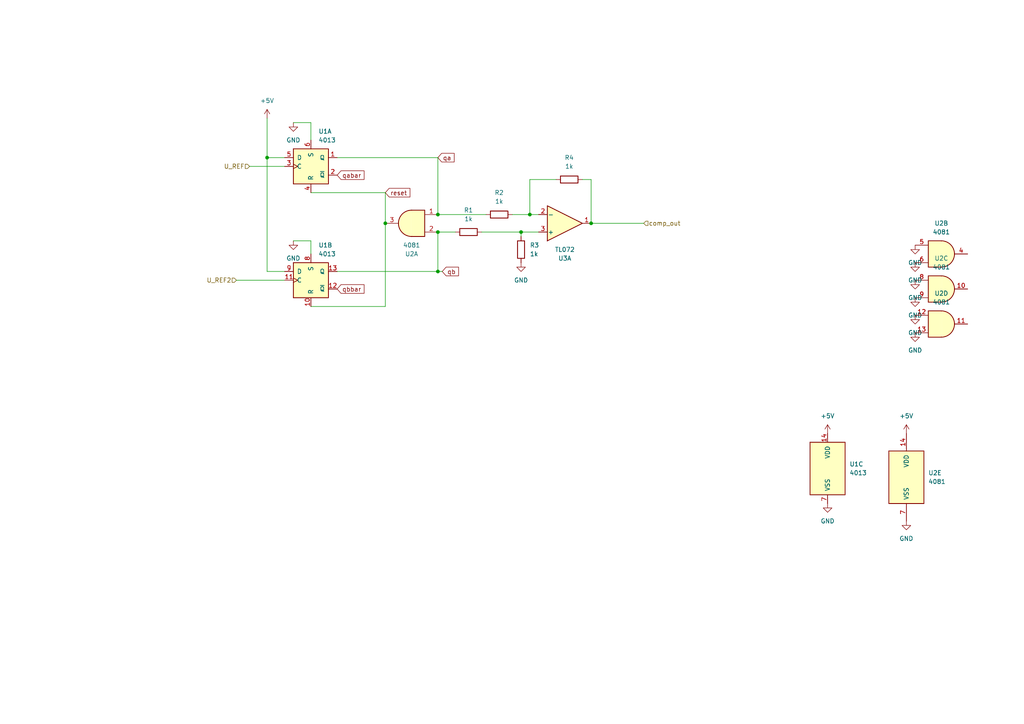
<source format=kicad_sch>
(kicad_sch
	(version 20231120)
	(generator "eeschema")
	(generator_version "8.0")
	(uuid "dcbdc31d-3ef5-451b-83df-d757fd05d41a")
	(paper "A4")
	(lib_symbols
		(symbol "4xxx:4013"
			(pin_names
				(offset 1.016)
			)
			(exclude_from_sim no)
			(in_bom yes)
			(on_board yes)
			(property "Reference" "U"
				(at -7.62 8.89 0)
				(effects
					(font
						(size 1.27 1.27)
					)
				)
			)
			(property "Value" "4013"
				(at -7.62 -8.89 0)
				(effects
					(font
						(size 1.27 1.27)
					)
				)
			)
			(property "Footprint" ""
				(at 0 0 0)
				(effects
					(font
						(size 1.27 1.27)
					)
					(hide yes)
				)
			)
			(property "Datasheet" "http://www.onsemi.com/pub/Collateral/MC14013B-D.PDF"
				(at 0 0 0)
				(effects
					(font
						(size 1.27 1.27)
					)
					(hide yes)
				)
			)
			(property "Description" "Dual D  FlipFlop, Set & reset"
				(at 0 0 0)
				(effects
					(font
						(size 1.27 1.27)
					)
					(hide yes)
				)
			)
			(property "ki_locked" ""
				(at 0 0 0)
				(effects
					(font
						(size 1.27 1.27)
					)
				)
			)
			(property "ki_keywords" "CMOS DFF"
				(at 0 0 0)
				(effects
					(font
						(size 1.27 1.27)
					)
					(hide yes)
				)
			)
			(property "ki_fp_filters" "DIP*W7.62mm* SOIC*3.9x9.9mm*P1.27mm* TSSOP*4.4x5mm*P0.65mm*"
				(at 0 0 0)
				(effects
					(font
						(size 1.27 1.27)
					)
					(hide yes)
				)
			)
			(symbol "4013_1_1"
				(rectangle
					(start -5.08 5.08)
					(end 5.08 -5.08)
					(stroke
						(width 0.254)
						(type default)
					)
					(fill
						(type background)
					)
				)
				(pin output line
					(at 7.62 2.54 180)
					(length 2.54)
					(name "Q"
						(effects
							(font
								(size 1.27 1.27)
							)
						)
					)
					(number "1"
						(effects
							(font
								(size 1.27 1.27)
							)
						)
					)
				)
				(pin output line
					(at 7.62 -2.54 180)
					(length 2.54)
					(name "~{Q}"
						(effects
							(font
								(size 1.27 1.27)
							)
						)
					)
					(number "2"
						(effects
							(font
								(size 1.27 1.27)
							)
						)
					)
				)
				(pin input clock
					(at -7.62 0 0)
					(length 2.54)
					(name "C"
						(effects
							(font
								(size 1.27 1.27)
							)
						)
					)
					(number "3"
						(effects
							(font
								(size 1.27 1.27)
							)
						)
					)
				)
				(pin input line
					(at 0 -7.62 90)
					(length 2.54)
					(name "R"
						(effects
							(font
								(size 1.27 1.27)
							)
						)
					)
					(number "4"
						(effects
							(font
								(size 1.27 1.27)
							)
						)
					)
				)
				(pin input line
					(at -7.62 2.54 0)
					(length 2.54)
					(name "D"
						(effects
							(font
								(size 1.27 1.27)
							)
						)
					)
					(number "5"
						(effects
							(font
								(size 1.27 1.27)
							)
						)
					)
				)
				(pin input line
					(at 0 7.62 270)
					(length 2.54)
					(name "S"
						(effects
							(font
								(size 1.27 1.27)
							)
						)
					)
					(number "6"
						(effects
							(font
								(size 1.27 1.27)
							)
						)
					)
				)
			)
			(symbol "4013_2_1"
				(rectangle
					(start -5.08 5.08)
					(end 5.08 -5.08)
					(stroke
						(width 0.254)
						(type default)
					)
					(fill
						(type background)
					)
				)
				(pin input line
					(at 0 -7.62 90)
					(length 2.54)
					(name "R"
						(effects
							(font
								(size 1.27 1.27)
							)
						)
					)
					(number "10"
						(effects
							(font
								(size 1.27 1.27)
							)
						)
					)
				)
				(pin input clock
					(at -7.62 0 0)
					(length 2.54)
					(name "C"
						(effects
							(font
								(size 1.27 1.27)
							)
						)
					)
					(number "11"
						(effects
							(font
								(size 1.27 1.27)
							)
						)
					)
				)
				(pin output line
					(at 7.62 -2.54 180)
					(length 2.54)
					(name "~{Q}"
						(effects
							(font
								(size 1.27 1.27)
							)
						)
					)
					(number "12"
						(effects
							(font
								(size 1.27 1.27)
							)
						)
					)
				)
				(pin output line
					(at 7.62 2.54 180)
					(length 2.54)
					(name "Q"
						(effects
							(font
								(size 1.27 1.27)
							)
						)
					)
					(number "13"
						(effects
							(font
								(size 1.27 1.27)
							)
						)
					)
				)
				(pin input line
					(at 0 7.62 270)
					(length 2.54)
					(name "S"
						(effects
							(font
								(size 1.27 1.27)
							)
						)
					)
					(number "8"
						(effects
							(font
								(size 1.27 1.27)
							)
						)
					)
				)
				(pin input line
					(at -7.62 2.54 0)
					(length 2.54)
					(name "D"
						(effects
							(font
								(size 1.27 1.27)
							)
						)
					)
					(number "9"
						(effects
							(font
								(size 1.27 1.27)
							)
						)
					)
				)
			)
			(symbol "4013_3_0"
				(pin power_in line
					(at 0 10.16 270)
					(length 2.54)
					(name "VDD"
						(effects
							(font
								(size 1.27 1.27)
							)
						)
					)
					(number "14"
						(effects
							(font
								(size 1.27 1.27)
							)
						)
					)
				)
				(pin power_in line
					(at 0 -10.16 90)
					(length 2.54)
					(name "VSS"
						(effects
							(font
								(size 1.27 1.27)
							)
						)
					)
					(number "7"
						(effects
							(font
								(size 1.27 1.27)
							)
						)
					)
				)
			)
			(symbol "4013_3_1"
				(rectangle
					(start -5.08 7.62)
					(end 5.08 -7.62)
					(stroke
						(width 0.254)
						(type default)
					)
					(fill
						(type background)
					)
				)
			)
		)
		(symbol "4xxx:4081"
			(pin_names
				(offset 1.016)
			)
			(exclude_from_sim no)
			(in_bom yes)
			(on_board yes)
			(property "Reference" "U"
				(at 0 1.27 0)
				(effects
					(font
						(size 1.27 1.27)
					)
				)
			)
			(property "Value" "4081"
				(at 0 -1.27 0)
				(effects
					(font
						(size 1.27 1.27)
					)
				)
			)
			(property "Footprint" ""
				(at 0 0 0)
				(effects
					(font
						(size 1.27 1.27)
					)
					(hide yes)
				)
			)
			(property "Datasheet" "http://www.intersil.com/content/dam/Intersil/documents/cd40/cd4073bms-81bms-82bms.pdf"
				(at 0 0 0)
				(effects
					(font
						(size 1.27 1.27)
					)
					(hide yes)
				)
			)
			(property "Description" "Quad And 2 inputs"
				(at 0 0 0)
				(effects
					(font
						(size 1.27 1.27)
					)
					(hide yes)
				)
			)
			(property "ki_locked" ""
				(at 0 0 0)
				(effects
					(font
						(size 1.27 1.27)
					)
				)
			)
			(property "ki_keywords" "CMOS And2"
				(at 0 0 0)
				(effects
					(font
						(size 1.27 1.27)
					)
					(hide yes)
				)
			)
			(property "ki_fp_filters" "DIP?14*"
				(at 0 0 0)
				(effects
					(font
						(size 1.27 1.27)
					)
					(hide yes)
				)
			)
			(symbol "4081_1_1"
				(arc
					(start 0 -3.81)
					(mid 3.7934 0)
					(end 0 3.81)
					(stroke
						(width 0.254)
						(type default)
					)
					(fill
						(type background)
					)
				)
				(polyline
					(pts
						(xy 0 3.81) (xy -3.81 3.81) (xy -3.81 -3.81) (xy 0 -3.81)
					)
					(stroke
						(width 0.254)
						(type default)
					)
					(fill
						(type background)
					)
				)
				(pin input line
					(at -7.62 2.54 0)
					(length 3.81)
					(name "~"
						(effects
							(font
								(size 1.27 1.27)
							)
						)
					)
					(number "1"
						(effects
							(font
								(size 1.27 1.27)
							)
						)
					)
				)
				(pin input line
					(at -7.62 -2.54 0)
					(length 3.81)
					(name "~"
						(effects
							(font
								(size 1.27 1.27)
							)
						)
					)
					(number "2"
						(effects
							(font
								(size 1.27 1.27)
							)
						)
					)
				)
				(pin output line
					(at 7.62 0 180)
					(length 3.81)
					(name "~"
						(effects
							(font
								(size 1.27 1.27)
							)
						)
					)
					(number "3"
						(effects
							(font
								(size 1.27 1.27)
							)
						)
					)
				)
			)
			(symbol "4081_1_2"
				(arc
					(start -3.81 -3.81)
					(mid -2.589 0)
					(end -3.81 3.81)
					(stroke
						(width 0.254)
						(type default)
					)
					(fill
						(type none)
					)
				)
				(arc
					(start -0.6096 -3.81)
					(mid 2.1842 -2.5851)
					(end 3.81 0)
					(stroke
						(width 0.254)
						(type default)
					)
					(fill
						(type background)
					)
				)
				(polyline
					(pts
						(xy -3.81 -3.81) (xy -0.635 -3.81)
					)
					(stroke
						(width 0.254)
						(type default)
					)
					(fill
						(type background)
					)
				)
				(polyline
					(pts
						(xy -3.81 3.81) (xy -0.635 3.81)
					)
					(stroke
						(width 0.254)
						(type default)
					)
					(fill
						(type background)
					)
				)
				(polyline
					(pts
						(xy -0.635 3.81) (xy -3.81 3.81) (xy -3.81 3.81) (xy -3.556 3.4036) (xy -3.0226 2.2606) (xy -2.6924 1.0414)
						(xy -2.6162 -0.254) (xy -2.7686 -1.4986) (xy -3.175 -2.7178) (xy -3.81 -3.81) (xy -3.81 -3.81)
						(xy -0.635 -3.81)
					)
					(stroke
						(width -25.4)
						(type default)
					)
					(fill
						(type background)
					)
				)
				(arc
					(start 3.81 0)
					(mid 2.1915 2.5936)
					(end -0.6096 3.81)
					(stroke
						(width 0.254)
						(type default)
					)
					(fill
						(type background)
					)
				)
				(pin input inverted
					(at -7.62 2.54 0)
					(length 4.318)
					(name "~"
						(effects
							(font
								(size 1.27 1.27)
							)
						)
					)
					(number "1"
						(effects
							(font
								(size 1.27 1.27)
							)
						)
					)
				)
				(pin input inverted
					(at -7.62 -2.54 0)
					(length 4.318)
					(name "~"
						(effects
							(font
								(size 1.27 1.27)
							)
						)
					)
					(number "2"
						(effects
							(font
								(size 1.27 1.27)
							)
						)
					)
				)
				(pin output inverted
					(at 7.62 0 180)
					(length 3.81)
					(name "~"
						(effects
							(font
								(size 1.27 1.27)
							)
						)
					)
					(number "3"
						(effects
							(font
								(size 1.27 1.27)
							)
						)
					)
				)
			)
			(symbol "4081_2_1"
				(arc
					(start 0 -3.81)
					(mid 3.7934 0)
					(end 0 3.81)
					(stroke
						(width 0.254)
						(type default)
					)
					(fill
						(type background)
					)
				)
				(polyline
					(pts
						(xy 0 3.81) (xy -3.81 3.81) (xy -3.81 -3.81) (xy 0 -3.81)
					)
					(stroke
						(width 0.254)
						(type default)
					)
					(fill
						(type background)
					)
				)
				(pin output line
					(at 7.62 0 180)
					(length 3.81)
					(name "~"
						(effects
							(font
								(size 1.27 1.27)
							)
						)
					)
					(number "4"
						(effects
							(font
								(size 1.27 1.27)
							)
						)
					)
				)
				(pin input line
					(at -7.62 2.54 0)
					(length 3.81)
					(name "~"
						(effects
							(font
								(size 1.27 1.27)
							)
						)
					)
					(number "5"
						(effects
							(font
								(size 1.27 1.27)
							)
						)
					)
				)
				(pin input line
					(at -7.62 -2.54 0)
					(length 3.81)
					(name "~"
						(effects
							(font
								(size 1.27 1.27)
							)
						)
					)
					(number "6"
						(effects
							(font
								(size 1.27 1.27)
							)
						)
					)
				)
			)
			(symbol "4081_2_2"
				(arc
					(start -3.81 -3.81)
					(mid -2.589 0)
					(end -3.81 3.81)
					(stroke
						(width 0.254)
						(type default)
					)
					(fill
						(type none)
					)
				)
				(arc
					(start -0.6096 -3.81)
					(mid 2.1842 -2.5851)
					(end 3.81 0)
					(stroke
						(width 0.254)
						(type default)
					)
					(fill
						(type background)
					)
				)
				(polyline
					(pts
						(xy -3.81 -3.81) (xy -0.635 -3.81)
					)
					(stroke
						(width 0.254)
						(type default)
					)
					(fill
						(type background)
					)
				)
				(polyline
					(pts
						(xy -3.81 3.81) (xy -0.635 3.81)
					)
					(stroke
						(width 0.254)
						(type default)
					)
					(fill
						(type background)
					)
				)
				(polyline
					(pts
						(xy -0.635 3.81) (xy -3.81 3.81) (xy -3.81 3.81) (xy -3.556 3.4036) (xy -3.0226 2.2606) (xy -2.6924 1.0414)
						(xy -2.6162 -0.254) (xy -2.7686 -1.4986) (xy -3.175 -2.7178) (xy -3.81 -3.81) (xy -3.81 -3.81)
						(xy -0.635 -3.81)
					)
					(stroke
						(width -25.4)
						(type default)
					)
					(fill
						(type background)
					)
				)
				(arc
					(start 3.81 0)
					(mid 2.1915 2.5936)
					(end -0.6096 3.81)
					(stroke
						(width 0.254)
						(type default)
					)
					(fill
						(type background)
					)
				)
				(pin output inverted
					(at 7.62 0 180)
					(length 3.81)
					(name "~"
						(effects
							(font
								(size 1.27 1.27)
							)
						)
					)
					(number "4"
						(effects
							(font
								(size 1.27 1.27)
							)
						)
					)
				)
				(pin input inverted
					(at -7.62 2.54 0)
					(length 4.318)
					(name "~"
						(effects
							(font
								(size 1.27 1.27)
							)
						)
					)
					(number "5"
						(effects
							(font
								(size 1.27 1.27)
							)
						)
					)
				)
				(pin input inverted
					(at -7.62 -2.54 0)
					(length 4.318)
					(name "~"
						(effects
							(font
								(size 1.27 1.27)
							)
						)
					)
					(number "6"
						(effects
							(font
								(size 1.27 1.27)
							)
						)
					)
				)
			)
			(symbol "4081_3_1"
				(arc
					(start 0 -3.81)
					(mid 3.7934 0)
					(end 0 3.81)
					(stroke
						(width 0.254)
						(type default)
					)
					(fill
						(type background)
					)
				)
				(polyline
					(pts
						(xy 0 3.81) (xy -3.81 3.81) (xy -3.81 -3.81) (xy 0 -3.81)
					)
					(stroke
						(width 0.254)
						(type default)
					)
					(fill
						(type background)
					)
				)
				(pin output line
					(at 7.62 0 180)
					(length 3.81)
					(name "~"
						(effects
							(font
								(size 1.27 1.27)
							)
						)
					)
					(number "10"
						(effects
							(font
								(size 1.27 1.27)
							)
						)
					)
				)
				(pin input line
					(at -7.62 2.54 0)
					(length 3.81)
					(name "~"
						(effects
							(font
								(size 1.27 1.27)
							)
						)
					)
					(number "8"
						(effects
							(font
								(size 1.27 1.27)
							)
						)
					)
				)
				(pin input line
					(at -7.62 -2.54 0)
					(length 3.81)
					(name "~"
						(effects
							(font
								(size 1.27 1.27)
							)
						)
					)
					(number "9"
						(effects
							(font
								(size 1.27 1.27)
							)
						)
					)
				)
			)
			(symbol "4081_3_2"
				(arc
					(start -3.81 -3.81)
					(mid -2.589 0)
					(end -3.81 3.81)
					(stroke
						(width 0.254)
						(type default)
					)
					(fill
						(type none)
					)
				)
				(arc
					(start -0.6096 -3.81)
					(mid 2.1842 -2.5851)
					(end 3.81 0)
					(stroke
						(width 0.254)
						(type default)
					)
					(fill
						(type background)
					)
				)
				(polyline
					(pts
						(xy -3.81 -3.81) (xy -0.635 -3.81)
					)
					(stroke
						(width 0.254)
						(type default)
					)
					(fill
						(type background)
					)
				)
				(polyline
					(pts
						(xy -3.81 3.81) (xy -0.635 3.81)
					)
					(stroke
						(width 0.254)
						(type default)
					)
					(fill
						(type background)
					)
				)
				(polyline
					(pts
						(xy -0.635 3.81) (xy -3.81 3.81) (xy -3.81 3.81) (xy -3.556 3.4036) (xy -3.0226 2.2606) (xy -2.6924 1.0414)
						(xy -2.6162 -0.254) (xy -2.7686 -1.4986) (xy -3.175 -2.7178) (xy -3.81 -3.81) (xy -3.81 -3.81)
						(xy -0.635 -3.81)
					)
					(stroke
						(width -25.4)
						(type default)
					)
					(fill
						(type background)
					)
				)
				(arc
					(start 3.81 0)
					(mid 2.1915 2.5936)
					(end -0.6096 3.81)
					(stroke
						(width 0.254)
						(type default)
					)
					(fill
						(type background)
					)
				)
				(pin output inverted
					(at 7.62 0 180)
					(length 3.81)
					(name "~"
						(effects
							(font
								(size 1.27 1.27)
							)
						)
					)
					(number "10"
						(effects
							(font
								(size 1.27 1.27)
							)
						)
					)
				)
				(pin input inverted
					(at -7.62 2.54 0)
					(length 4.318)
					(name "~"
						(effects
							(font
								(size 1.27 1.27)
							)
						)
					)
					(number "8"
						(effects
							(font
								(size 1.27 1.27)
							)
						)
					)
				)
				(pin input inverted
					(at -7.62 -2.54 0)
					(length 4.318)
					(name "~"
						(effects
							(font
								(size 1.27 1.27)
							)
						)
					)
					(number "9"
						(effects
							(font
								(size 1.27 1.27)
							)
						)
					)
				)
			)
			(symbol "4081_4_1"
				(arc
					(start 0 -3.81)
					(mid 3.7934 0)
					(end 0 3.81)
					(stroke
						(width 0.254)
						(type default)
					)
					(fill
						(type background)
					)
				)
				(polyline
					(pts
						(xy 0 3.81) (xy -3.81 3.81) (xy -3.81 -3.81) (xy 0 -3.81)
					)
					(stroke
						(width 0.254)
						(type default)
					)
					(fill
						(type background)
					)
				)
				(pin output line
					(at 7.62 0 180)
					(length 3.81)
					(name "~"
						(effects
							(font
								(size 1.27 1.27)
							)
						)
					)
					(number "11"
						(effects
							(font
								(size 1.27 1.27)
							)
						)
					)
				)
				(pin input line
					(at -7.62 2.54 0)
					(length 3.81)
					(name "~"
						(effects
							(font
								(size 1.27 1.27)
							)
						)
					)
					(number "12"
						(effects
							(font
								(size 1.27 1.27)
							)
						)
					)
				)
				(pin input line
					(at -7.62 -2.54 0)
					(length 3.81)
					(name "~"
						(effects
							(font
								(size 1.27 1.27)
							)
						)
					)
					(number "13"
						(effects
							(font
								(size 1.27 1.27)
							)
						)
					)
				)
			)
			(symbol "4081_4_2"
				(arc
					(start -3.81 -3.81)
					(mid -2.589 0)
					(end -3.81 3.81)
					(stroke
						(width 0.254)
						(type default)
					)
					(fill
						(type none)
					)
				)
				(arc
					(start -0.6096 -3.81)
					(mid 2.1842 -2.5851)
					(end 3.81 0)
					(stroke
						(width 0.254)
						(type default)
					)
					(fill
						(type background)
					)
				)
				(polyline
					(pts
						(xy -3.81 -3.81) (xy -0.635 -3.81)
					)
					(stroke
						(width 0.254)
						(type default)
					)
					(fill
						(type background)
					)
				)
				(polyline
					(pts
						(xy -3.81 3.81) (xy -0.635 3.81)
					)
					(stroke
						(width 0.254)
						(type default)
					)
					(fill
						(type background)
					)
				)
				(polyline
					(pts
						(xy -0.635 3.81) (xy -3.81 3.81) (xy -3.81 3.81) (xy -3.556 3.4036) (xy -3.0226 2.2606) (xy -2.6924 1.0414)
						(xy -2.6162 -0.254) (xy -2.7686 -1.4986) (xy -3.175 -2.7178) (xy -3.81 -3.81) (xy -3.81 -3.81)
						(xy -0.635 -3.81)
					)
					(stroke
						(width -25.4)
						(type default)
					)
					(fill
						(type background)
					)
				)
				(arc
					(start 3.81 0)
					(mid 2.1915 2.5936)
					(end -0.6096 3.81)
					(stroke
						(width 0.254)
						(type default)
					)
					(fill
						(type background)
					)
				)
				(pin output inverted
					(at 7.62 0 180)
					(length 3.81)
					(name "~"
						(effects
							(font
								(size 1.27 1.27)
							)
						)
					)
					(number "11"
						(effects
							(font
								(size 1.27 1.27)
							)
						)
					)
				)
				(pin input inverted
					(at -7.62 2.54 0)
					(length 4.318)
					(name "~"
						(effects
							(font
								(size 1.27 1.27)
							)
						)
					)
					(number "12"
						(effects
							(font
								(size 1.27 1.27)
							)
						)
					)
				)
				(pin input inverted
					(at -7.62 -2.54 0)
					(length 4.318)
					(name "~"
						(effects
							(font
								(size 1.27 1.27)
							)
						)
					)
					(number "13"
						(effects
							(font
								(size 1.27 1.27)
							)
						)
					)
				)
			)
			(symbol "4081_5_0"
				(pin power_in line
					(at 0 12.7 270)
					(length 5.08)
					(name "VDD"
						(effects
							(font
								(size 1.27 1.27)
							)
						)
					)
					(number "14"
						(effects
							(font
								(size 1.27 1.27)
							)
						)
					)
				)
				(pin power_in line
					(at 0 -12.7 90)
					(length 5.08)
					(name "VSS"
						(effects
							(font
								(size 1.27 1.27)
							)
						)
					)
					(number "7"
						(effects
							(font
								(size 1.27 1.27)
							)
						)
					)
				)
			)
			(symbol "4081_5_1"
				(rectangle
					(start -5.08 7.62)
					(end 5.08 -7.62)
					(stroke
						(width 0.254)
						(type default)
					)
					(fill
						(type background)
					)
				)
			)
		)
		(symbol "Amplifier_Operational:TL072"
			(pin_names
				(offset 0.127)
			)
			(exclude_from_sim no)
			(in_bom yes)
			(on_board yes)
			(property "Reference" "U"
				(at 0 5.08 0)
				(effects
					(font
						(size 1.27 1.27)
					)
					(justify left)
				)
			)
			(property "Value" "TL072"
				(at 0 -5.08 0)
				(effects
					(font
						(size 1.27 1.27)
					)
					(justify left)
				)
			)
			(property "Footprint" ""
				(at 0 0 0)
				(effects
					(font
						(size 1.27 1.27)
					)
					(hide yes)
				)
			)
			(property "Datasheet" "http://www.ti.com/lit/ds/symlink/tl071.pdf"
				(at 0 0 0)
				(effects
					(font
						(size 1.27 1.27)
					)
					(hide yes)
				)
			)
			(property "Description" "Dual Low-Noise JFET-Input Operational Amplifiers, DIP-8/SOIC-8"
				(at 0 0 0)
				(effects
					(font
						(size 1.27 1.27)
					)
					(hide yes)
				)
			)
			(property "ki_locked" ""
				(at 0 0 0)
				(effects
					(font
						(size 1.27 1.27)
					)
				)
			)
			(property "ki_keywords" "dual opamp"
				(at 0 0 0)
				(effects
					(font
						(size 1.27 1.27)
					)
					(hide yes)
				)
			)
			(property "ki_fp_filters" "SOIC*3.9x4.9mm*P1.27mm* DIP*W7.62mm* TO*99* OnSemi*Micro8* TSSOP*3x3mm*P0.65mm* TSSOP*4.4x3mm*P0.65mm* MSOP*3x3mm*P0.65mm* SSOP*3.9x4.9mm*P0.635mm* LFCSP*2x2mm*P0.5mm* *SIP* SOIC*5.3x6.2mm*P1.27mm*"
				(at 0 0 0)
				(effects
					(font
						(size 1.27 1.27)
					)
					(hide yes)
				)
			)
			(symbol "TL072_1_1"
				(polyline
					(pts
						(xy -5.08 5.08) (xy 5.08 0) (xy -5.08 -5.08) (xy -5.08 5.08)
					)
					(stroke
						(width 0.254)
						(type default)
					)
					(fill
						(type background)
					)
				)
				(pin output line
					(at 7.62 0 180)
					(length 2.54)
					(name "~"
						(effects
							(font
								(size 1.27 1.27)
							)
						)
					)
					(number "1"
						(effects
							(font
								(size 1.27 1.27)
							)
						)
					)
				)
				(pin input line
					(at -7.62 -2.54 0)
					(length 2.54)
					(name "-"
						(effects
							(font
								(size 1.27 1.27)
							)
						)
					)
					(number "2"
						(effects
							(font
								(size 1.27 1.27)
							)
						)
					)
				)
				(pin input line
					(at -7.62 2.54 0)
					(length 2.54)
					(name "+"
						(effects
							(font
								(size 1.27 1.27)
							)
						)
					)
					(number "3"
						(effects
							(font
								(size 1.27 1.27)
							)
						)
					)
				)
			)
			(symbol "TL072_2_1"
				(polyline
					(pts
						(xy -5.08 5.08) (xy 5.08 0) (xy -5.08 -5.08) (xy -5.08 5.08)
					)
					(stroke
						(width 0.254)
						(type default)
					)
					(fill
						(type background)
					)
				)
				(pin input line
					(at -7.62 2.54 0)
					(length 2.54)
					(name "+"
						(effects
							(font
								(size 1.27 1.27)
							)
						)
					)
					(number "5"
						(effects
							(font
								(size 1.27 1.27)
							)
						)
					)
				)
				(pin input line
					(at -7.62 -2.54 0)
					(length 2.54)
					(name "-"
						(effects
							(font
								(size 1.27 1.27)
							)
						)
					)
					(number "6"
						(effects
							(font
								(size 1.27 1.27)
							)
						)
					)
				)
				(pin output line
					(at 7.62 0 180)
					(length 2.54)
					(name "~"
						(effects
							(font
								(size 1.27 1.27)
							)
						)
					)
					(number "7"
						(effects
							(font
								(size 1.27 1.27)
							)
						)
					)
				)
			)
			(symbol "TL072_3_1"
				(pin power_in line
					(at -2.54 -7.62 90)
					(length 3.81)
					(name "V-"
						(effects
							(font
								(size 1.27 1.27)
							)
						)
					)
					(number "4"
						(effects
							(font
								(size 1.27 1.27)
							)
						)
					)
				)
				(pin power_in line
					(at -2.54 7.62 270)
					(length 3.81)
					(name "V+"
						(effects
							(font
								(size 1.27 1.27)
							)
						)
					)
					(number "8"
						(effects
							(font
								(size 1.27 1.27)
							)
						)
					)
				)
			)
		)
		(symbol "Device:R"
			(pin_numbers hide)
			(pin_names
				(offset 0)
			)
			(exclude_from_sim no)
			(in_bom yes)
			(on_board yes)
			(property "Reference" "R"
				(at 2.032 0 90)
				(effects
					(font
						(size 1.27 1.27)
					)
				)
			)
			(property "Value" "R"
				(at 0 0 90)
				(effects
					(font
						(size 1.27 1.27)
					)
				)
			)
			(property "Footprint" ""
				(at -1.778 0 90)
				(effects
					(font
						(size 1.27 1.27)
					)
					(hide yes)
				)
			)
			(property "Datasheet" "~"
				(at 0 0 0)
				(effects
					(font
						(size 1.27 1.27)
					)
					(hide yes)
				)
			)
			(property "Description" "Resistor"
				(at 0 0 0)
				(effects
					(font
						(size 1.27 1.27)
					)
					(hide yes)
				)
			)
			(property "ki_keywords" "R res resistor"
				(at 0 0 0)
				(effects
					(font
						(size 1.27 1.27)
					)
					(hide yes)
				)
			)
			(property "ki_fp_filters" "R_*"
				(at 0 0 0)
				(effects
					(font
						(size 1.27 1.27)
					)
					(hide yes)
				)
			)
			(symbol "R_0_1"
				(rectangle
					(start -1.016 -2.54)
					(end 1.016 2.54)
					(stroke
						(width 0.254)
						(type default)
					)
					(fill
						(type none)
					)
				)
			)
			(symbol "R_1_1"
				(pin passive line
					(at 0 3.81 270)
					(length 1.27)
					(name "~"
						(effects
							(font
								(size 1.27 1.27)
							)
						)
					)
					(number "1"
						(effects
							(font
								(size 1.27 1.27)
							)
						)
					)
				)
				(pin passive line
					(at 0 -3.81 90)
					(length 1.27)
					(name "~"
						(effects
							(font
								(size 1.27 1.27)
							)
						)
					)
					(number "2"
						(effects
							(font
								(size 1.27 1.27)
							)
						)
					)
				)
			)
		)
		(symbol "power:+5V"
			(power)
			(pin_names
				(offset 0)
			)
			(exclude_from_sim no)
			(in_bom yes)
			(on_board yes)
			(property "Reference" "#PWR"
				(at 0 -3.81 0)
				(effects
					(font
						(size 1.27 1.27)
					)
					(hide yes)
				)
			)
			(property "Value" "+5V"
				(at 0 3.556 0)
				(effects
					(font
						(size 1.27 1.27)
					)
				)
			)
			(property "Footprint" ""
				(at 0 0 0)
				(effects
					(font
						(size 1.27 1.27)
					)
					(hide yes)
				)
			)
			(property "Datasheet" ""
				(at 0 0 0)
				(effects
					(font
						(size 1.27 1.27)
					)
					(hide yes)
				)
			)
			(property "Description" "Power symbol creates a global label with name \"+5V\""
				(at 0 0 0)
				(effects
					(font
						(size 1.27 1.27)
					)
					(hide yes)
				)
			)
			(property "ki_keywords" "global power"
				(at 0 0 0)
				(effects
					(font
						(size 1.27 1.27)
					)
					(hide yes)
				)
			)
			(symbol "+5V_0_1"
				(polyline
					(pts
						(xy -0.762 1.27) (xy 0 2.54)
					)
					(stroke
						(width 0)
						(type default)
					)
					(fill
						(type none)
					)
				)
				(polyline
					(pts
						(xy 0 0) (xy 0 2.54)
					)
					(stroke
						(width 0)
						(type default)
					)
					(fill
						(type none)
					)
				)
				(polyline
					(pts
						(xy 0 2.54) (xy 0.762 1.27)
					)
					(stroke
						(width 0)
						(type default)
					)
					(fill
						(type none)
					)
				)
			)
			(symbol "+5V_1_1"
				(pin power_in line
					(at 0 0 90)
					(length 0) hide
					(name "+5V"
						(effects
							(font
								(size 1.27 1.27)
							)
						)
					)
					(number "1"
						(effects
							(font
								(size 1.27 1.27)
							)
						)
					)
				)
			)
		)
		(symbol "power:GND"
			(power)
			(pin_names
				(offset 0)
			)
			(exclude_from_sim no)
			(in_bom yes)
			(on_board yes)
			(property "Reference" "#PWR"
				(at 0 -6.35 0)
				(effects
					(font
						(size 1.27 1.27)
					)
					(hide yes)
				)
			)
			(property "Value" "GND"
				(at 0 -3.81 0)
				(effects
					(font
						(size 1.27 1.27)
					)
				)
			)
			(property "Footprint" ""
				(at 0 0 0)
				(effects
					(font
						(size 1.27 1.27)
					)
					(hide yes)
				)
			)
			(property "Datasheet" ""
				(at 0 0 0)
				(effects
					(font
						(size 1.27 1.27)
					)
					(hide yes)
				)
			)
			(property "Description" "Power symbol creates a global label with name \"GND\" , ground"
				(at 0 0 0)
				(effects
					(font
						(size 1.27 1.27)
					)
					(hide yes)
				)
			)
			(property "ki_keywords" "global power"
				(at 0 0 0)
				(effects
					(font
						(size 1.27 1.27)
					)
					(hide yes)
				)
			)
			(symbol "GND_0_1"
				(polyline
					(pts
						(xy 0 0) (xy 0 -1.27) (xy 1.27 -1.27) (xy 0 -2.54) (xy -1.27 -1.27) (xy 0 -1.27)
					)
					(stroke
						(width 0)
						(type default)
					)
					(fill
						(type none)
					)
				)
			)
			(symbol "GND_1_1"
				(pin power_in line
					(at 0 0 270)
					(length 0) hide
					(name "GND"
						(effects
							(font
								(size 1.27 1.27)
							)
						)
					)
					(number "1"
						(effects
							(font
								(size 1.27 1.27)
							)
						)
					)
				)
			)
		)
	)
	(junction
		(at 127 67.31)
		(diameter 0)
		(color 0 0 0 0)
		(uuid "1a30a6f9-9af1-4dd5-bfa9-cc8b019dfd56")
	)
	(junction
		(at 171.45 64.77)
		(diameter 0)
		(color 0 0 0 0)
		(uuid "32ec7055-1a06-466a-9ac2-0594e6870761")
	)
	(junction
		(at 111.76 64.77)
		(diameter 0)
		(color 0 0 0 0)
		(uuid "3aba5cef-ca45-4763-b38c-943a8ec6bbd2")
	)
	(junction
		(at 77.47 45.72)
		(diameter 0)
		(color 0 0 0 0)
		(uuid "87cb33f0-e24e-45ef-9bd8-22d86c2dd33d")
	)
	(junction
		(at 127 78.74)
		(diameter 0)
		(color 0 0 0 0)
		(uuid "a9567514-6523-444e-8f69-3325ba3c98a3")
	)
	(junction
		(at 151.13 67.31)
		(diameter 0)
		(color 0 0 0 0)
		(uuid "bdd35838-0f4a-4981-983a-a33972343955")
	)
	(junction
		(at 127 62.23)
		(diameter 0)
		(color 0 0 0 0)
		(uuid "c15d0c1a-0a26-4387-a0e7-053a1e84b5b7")
	)
	(junction
		(at 153.67 62.23)
		(diameter 0)
		(color 0 0 0 0)
		(uuid "fe15fb54-47ce-4c0f-a34f-39d224fa2cd6")
	)
	(wire
		(pts
			(xy 111.76 55.88) (xy 111.76 64.77)
		)
		(stroke
			(width 0)
			(type default)
		)
		(uuid "00dd0483-fe6c-4733-a3bf-7e8c370ddfd7")
	)
	(wire
		(pts
			(xy 82.55 45.72) (xy 77.47 45.72)
		)
		(stroke
			(width 0)
			(type default)
		)
		(uuid "01cb9aa7-686b-4d2d-8c46-f08d402028eb")
	)
	(wire
		(pts
			(xy 151.13 67.31) (xy 156.21 67.31)
		)
		(stroke
			(width 0)
			(type default)
		)
		(uuid "028ae95c-f8db-4005-b2d4-1dd201c0add4")
	)
	(wire
		(pts
			(xy 77.47 45.72) (xy 77.47 34.29)
		)
		(stroke
			(width 0)
			(type default)
		)
		(uuid "02908148-8195-4bdd-9358-708577a8add1")
	)
	(wire
		(pts
			(xy 90.17 35.56) (xy 85.09 35.56)
		)
		(stroke
			(width 0)
			(type default)
		)
		(uuid "199aefe1-23b3-4aa5-ab1d-0b1bf21c6e13")
	)
	(wire
		(pts
			(xy 171.45 64.77) (xy 171.45 52.07)
		)
		(stroke
			(width 0)
			(type default)
		)
		(uuid "1a717e29-1d92-42d8-ba53-cdaeefde5d81")
	)
	(wire
		(pts
			(xy 127 45.72) (xy 127 62.23)
		)
		(stroke
			(width 0)
			(type default)
		)
		(uuid "1ab25d8e-ad27-4040-ab0d-bf094dd9f890")
	)
	(wire
		(pts
			(xy 111.76 64.77) (xy 111.76 88.9)
		)
		(stroke
			(width 0)
			(type default)
		)
		(uuid "32552430-74b5-4ed8-aaf3-2afc77f6ac01")
	)
	(wire
		(pts
			(xy 127 67.31) (xy 127 78.74)
		)
		(stroke
			(width 0)
			(type default)
		)
		(uuid "3e60f87b-dca4-4eee-87a4-8b3d5b17e9c0")
	)
	(wire
		(pts
			(xy 82.55 78.74) (xy 77.47 78.74)
		)
		(stroke
			(width 0)
			(type default)
		)
		(uuid "429b3d77-7268-4fad-bc9c-84bd4f0e0505")
	)
	(wire
		(pts
			(xy 161.29 52.07) (xy 153.67 52.07)
		)
		(stroke
			(width 0)
			(type default)
		)
		(uuid "47b1a53b-73d1-4281-b1ec-b99d29f7b187")
	)
	(wire
		(pts
			(xy 153.67 52.07) (xy 153.67 62.23)
		)
		(stroke
			(width 0)
			(type default)
		)
		(uuid "47c40f83-b0c4-43b9-95aa-d193375c257e")
	)
	(wire
		(pts
			(xy 139.7 67.31) (xy 151.13 67.31)
		)
		(stroke
			(width 0)
			(type default)
		)
		(uuid "4bfc4e79-945a-4eb8-bdab-682e96996689")
	)
	(wire
		(pts
			(xy 151.13 67.31) (xy 151.13 68.58)
		)
		(stroke
			(width 0)
			(type default)
		)
		(uuid "4f7d5660-a995-476b-ac64-116cf79d9dbf")
	)
	(wire
		(pts
			(xy 153.67 62.23) (xy 156.21 62.23)
		)
		(stroke
			(width 0)
			(type default)
		)
		(uuid "57c454fb-640b-4db4-9c68-a382ceb3681e")
	)
	(wire
		(pts
			(xy 171.45 52.07) (xy 168.91 52.07)
		)
		(stroke
			(width 0)
			(type default)
		)
		(uuid "5c32d50e-6609-45b8-a2f9-61a233c01f79")
	)
	(wire
		(pts
			(xy 97.79 45.72) (xy 127 45.72)
		)
		(stroke
			(width 0)
			(type default)
		)
		(uuid "5d3c30e0-1c12-473f-adb3-1d2818f53d4c")
	)
	(wire
		(pts
			(xy 90.17 73.66) (xy 90.17 69.85)
		)
		(stroke
			(width 0)
			(type default)
		)
		(uuid "721f005b-1c2f-4e68-9354-3ae6d6ded886")
	)
	(wire
		(pts
			(xy 90.17 40.64) (xy 90.17 35.56)
		)
		(stroke
			(width 0)
			(type default)
		)
		(uuid "84c43418-adda-4ef5-9368-d82bfe8ce5f1")
	)
	(wire
		(pts
			(xy 127 78.74) (xy 128.27 78.74)
		)
		(stroke
			(width 0)
			(type default)
		)
		(uuid "8932afa9-d139-4fba-96b6-3c9bd6cae5e9")
	)
	(wire
		(pts
			(xy 171.45 64.77) (xy 186.69 64.77)
		)
		(stroke
			(width 0)
			(type default)
		)
		(uuid "922bbb27-e902-442f-947e-b886e3bd4c2f")
	)
	(wire
		(pts
			(xy 72.39 48.26) (xy 82.55 48.26)
		)
		(stroke
			(width 0)
			(type default)
		)
		(uuid "a0f277ba-3633-4db4-8c5f-2adaad979671")
	)
	(wire
		(pts
			(xy 127 67.31) (xy 132.08 67.31)
		)
		(stroke
			(width 0)
			(type default)
		)
		(uuid "a892ee00-dc36-44e3-923b-dfd3abcd0dc0")
	)
	(wire
		(pts
			(xy 90.17 55.88) (xy 111.76 55.88)
		)
		(stroke
			(width 0)
			(type default)
		)
		(uuid "aa9a11e0-d1ae-41c2-b4d0-87454e3ad90e")
	)
	(wire
		(pts
			(xy 90.17 69.85) (xy 85.09 69.85)
		)
		(stroke
			(width 0)
			(type default)
		)
		(uuid "bc1d3365-19c7-41f0-937c-ad0061cee75f")
	)
	(wire
		(pts
			(xy 127 62.23) (xy 140.97 62.23)
		)
		(stroke
			(width 0)
			(type default)
		)
		(uuid "cd976bd0-f0a4-439b-acbe-7340c41b6d92")
	)
	(wire
		(pts
			(xy 68.58 81.28) (xy 82.55 81.28)
		)
		(stroke
			(width 0)
			(type default)
		)
		(uuid "cdf84d2d-cf1c-465b-822b-9f45495f8372")
	)
	(wire
		(pts
			(xy 77.47 78.74) (xy 77.47 45.72)
		)
		(stroke
			(width 0)
			(type default)
		)
		(uuid "df893f53-0a90-440a-ac7e-d9a120ca4675")
	)
	(wire
		(pts
			(xy 111.76 88.9) (xy 90.17 88.9)
		)
		(stroke
			(width 0)
			(type default)
		)
		(uuid "e2f6c03f-3fef-439d-9866-4dc00ceb5b84")
	)
	(wire
		(pts
			(xy 97.79 78.74) (xy 127 78.74)
		)
		(stroke
			(width 0)
			(type default)
		)
		(uuid "e3f200e9-99bb-4d50-b7ca-a6bba02fb307")
	)
	(wire
		(pts
			(xy 148.59 62.23) (xy 153.67 62.23)
		)
		(stroke
			(width 0)
			(type default)
		)
		(uuid "f2dc2504-0efc-420d-a169-0c387f101c30")
	)
	(global_label "qa"
		(shape input)
		(at 127 45.72 0)
		(fields_autoplaced yes)
		(effects
			(font
				(size 1.27 1.27)
			)
			(justify left)
		)
		(uuid "3a2f84a2-8fe0-40f9-b7d5-983bc1eb3cc1")
		(property "Intersheetrefs" "${INTERSHEET_REFS}"
			(at 132.2832 45.72 0)
			(effects
				(font
					(size 1.27 1.27)
				)
				(justify left)
				(hide yes)
			)
		)
	)
	(global_label "qb"
		(shape input)
		(at 128.27 78.74 0)
		(fields_autoplaced yes)
		(effects
			(font
				(size 1.27 1.27)
			)
			(justify left)
		)
		(uuid "7a6e0f72-a566-46c7-9a92-0a9f2c3fd8a8")
		(property "Intersheetrefs" "${INTERSHEET_REFS}"
			(at 133.5532 78.74 0)
			(effects
				(font
					(size 1.27 1.27)
				)
				(justify left)
				(hide yes)
			)
		)
	)
	(global_label "qabar"
		(shape input)
		(at 97.79 50.8 0)
		(fields_autoplaced yes)
		(effects
			(font
				(size 1.27 1.27)
			)
			(justify left)
		)
		(uuid "9e8354a4-9bd3-4d4a-8c7d-5ba26f4eb1e3")
		(property "Intersheetrefs" "${INTERSHEET_REFS}"
			(at 106.1574 50.8 0)
			(effects
				(font
					(size 1.27 1.27)
				)
				(justify left)
				(hide yes)
			)
		)
	)
	(global_label "qbbar"
		(shape input)
		(at 97.79 83.82 0)
		(fields_autoplaced yes)
		(effects
			(font
				(size 1.27 1.27)
			)
			(justify left)
		)
		(uuid "c82090ef-862b-4d7f-af6c-0b8ecb6e7156")
		(property "Intersheetrefs" "${INTERSHEET_REFS}"
			(at 106.1574 83.82 0)
			(effects
				(font
					(size 1.27 1.27)
				)
				(justify left)
				(hide yes)
			)
		)
	)
	(global_label "reset"
		(shape input)
		(at 111.76 55.88 0)
		(fields_autoplaced yes)
		(effects
			(font
				(size 1.27 1.27)
			)
			(justify left)
		)
		(uuid "d1d1fb98-1c03-4945-849b-105376acff57")
		(property "Intersheetrefs" "${INTERSHEET_REFS}"
			(at 119.4624 55.88 0)
			(effects
				(font
					(size 1.27 1.27)
				)
				(justify left)
				(hide yes)
			)
		)
	)
	(hierarchical_label "comp_out"
		(shape input)
		(at 186.69 64.77 0)
		(fields_autoplaced yes)
		(effects
			(font
				(size 1.27 1.27)
			)
			(justify left)
		)
		(uuid "0df6733f-aad7-438c-bbe1-7ce88cdbeccd")
	)
	(hierarchical_label "U_REF"
		(shape input)
		(at 72.39 48.26 180)
		(fields_autoplaced yes)
		(effects
			(font
				(size 1.27 1.27)
			)
			(justify right)
		)
		(uuid "4b9da769-fadd-4762-9196-0c3ab69a6995")
	)
	(hierarchical_label "U_REF2"
		(shape input)
		(at 68.58 81.28 180)
		(fields_autoplaced yes)
		(effects
			(font
				(size 1.27 1.27)
			)
			(justify right)
		)
		(uuid "934c2e84-f4ac-42e4-b5c2-7eb9416816dc")
	)
	(symbol
		(lib_id "Device:R")
		(at 135.89 67.31 90)
		(unit 1)
		(exclude_from_sim no)
		(in_bom yes)
		(on_board yes)
		(dnp no)
		(fields_autoplaced yes)
		(uuid "037cc0ca-211a-4902-a4c1-1f261658cc43")
		(property "Reference" "R1"
			(at 135.89 60.96 90)
			(effects
				(font
					(size 1.27 1.27)
				)
			)
		)
		(property "Value" "1k"
			(at 135.89 63.5 90)
			(effects
				(font
					(size 1.27 1.27)
				)
			)
		)
		(property "Footprint" ""
			(at 135.89 69.088 90)
			(effects
				(font
					(size 1.27 1.27)
				)
				(hide yes)
			)
		)
		(property "Datasheet" "~"
			(at 135.89 67.31 0)
			(effects
				(font
					(size 1.27 1.27)
				)
				(hide yes)
			)
		)
		(property "Description" "Resistor"
			(at 135.89 67.31 0)
			(effects
				(font
					(size 1.27 1.27)
				)
				(hide yes)
			)
		)
		(pin "2"
			(uuid "7f269767-9fd8-4197-8f76-7b9c36670c99")
		)
		(pin "1"
			(uuid "70f30300-cdbb-4c48-8312-672de8062ea2")
		)
		(instances
			(project "phasecomparator"
				(path "/0a0d8940-681e-4528-8650-9bd1dcbbce9e/8e38d420-9ac9-4758-8a70-7c16d4662f89"
					(reference "R1")
					(unit 1)
				)
			)
		)
	)
	(symbol
		(lib_id "power:GND")
		(at 85.09 69.85 0)
		(unit 1)
		(exclude_from_sim no)
		(in_bom yes)
		(on_board yes)
		(dnp no)
		(fields_autoplaced yes)
		(uuid "03c259da-f1c7-47be-8e41-4fbac724f28b")
		(property "Reference" "#PWR07"
			(at 85.09 76.2 0)
			(effects
				(font
					(size 1.27 1.27)
				)
				(hide yes)
			)
		)
		(property "Value" "GND"
			(at 85.09 74.93 0)
			(effects
				(font
					(size 1.27 1.27)
				)
			)
		)
		(property "Footprint" ""
			(at 85.09 69.85 0)
			(effects
				(font
					(size 1.27 1.27)
				)
				(hide yes)
			)
		)
		(property "Datasheet" ""
			(at 85.09 69.85 0)
			(effects
				(font
					(size 1.27 1.27)
				)
				(hide yes)
			)
		)
		(property "Description" "Power symbol creates a global label with name \"GND\" , ground"
			(at 85.09 69.85 0)
			(effects
				(font
					(size 1.27 1.27)
				)
				(hide yes)
			)
		)
		(pin "1"
			(uuid "1a8663c3-895a-475e-9d3b-b76d8e30957e")
		)
		(instances
			(project "phasecomparator"
				(path "/0a0d8940-681e-4528-8650-9bd1dcbbce9e/8e38d420-9ac9-4758-8a70-7c16d4662f89"
					(reference "#PWR07")
					(unit 1)
				)
			)
		)
	)
	(symbol
		(lib_id "4xxx:4081")
		(at 262.89 138.43 0)
		(unit 5)
		(exclude_from_sim no)
		(in_bom yes)
		(on_board yes)
		(dnp no)
		(uuid "1d544233-a300-4eb8-a98c-93cfc77d7644")
		(property "Reference" "U2"
			(at 269.24 137.16 0)
			(effects
				(font
					(size 1.27 1.27)
				)
				(justify left)
			)
		)
		(property "Value" "4081"
			(at 269.24 139.7 0)
			(effects
				(font
					(size 1.27 1.27)
				)
				(justify left)
			)
		)
		(property "Footprint" ""
			(at 262.89 138.43 0)
			(effects
				(font
					(size 1.27 1.27)
				)
				(hide yes)
			)
		)
		(property "Datasheet" "http://www.intersil.com/content/dam/Intersil/documents/cd40/cd4073bms-81bms-82bms.pdf"
			(at 262.89 138.43 0)
			(effects
				(font
					(size 1.27 1.27)
				)
				(hide yes)
			)
		)
		(property "Description" ""
			(at 262.89 138.43 0)
			(effects
				(font
					(size 1.27 1.27)
				)
				(hide yes)
			)
		)
		(property "Sim.Library" "beyondlogic.dual.lib"
			(at 262.89 138.43 0)
			(effects
				(font
					(size 1.27 1.27)
				)
				(hide yes)
			)
		)
		(property "Sim.Name" "4081B"
			(at 262.89 138.43 0)
			(effects
				(font
					(size 1.27 1.27)
				)
				(hide yes)
			)
		)
		(property "Sim.Device" "SUBCKT"
			(at 262.89 138.43 0)
			(effects
				(font
					(size 1.27 1.27)
				)
				(hide yes)
			)
		)
		(property "Sim.Pins" "1=A1 2=B1 3=Y1 4=Y2 5=A2 6=B2 7=VSS 8=A3 9=B3 10=Y3 11=Y4 12=A4 13=B4 14=VDD"
			(at 262.89 138.43 0)
			(effects
				(font
					(size 1.27 1.27)
				)
				(hide yes)
			)
		)
		(pin "4"
			(uuid "d5de7238-74a9-45d9-b3b5-a8e261d3a206")
		)
		(pin "2"
			(uuid "97f0e659-7755-413f-aa40-0c97a896bf37")
		)
		(pin "3"
			(uuid "2ecbc070-baef-4f62-b719-d5922e17e177")
		)
		(pin "7"
			(uuid "4b011f4d-ffd1-4487-9ca6-47c488f2bdf3")
		)
		(pin "8"
			(uuid "0499b8e7-e2b3-4038-b936-9e295cd4f8c6")
		)
		(pin "6"
			(uuid "2c56e8e3-47f6-40e5-afc2-d9d7acd87a57")
		)
		(pin "11"
			(uuid "224ec515-7549-4e8d-b989-67518ececd90")
		)
		(pin "10"
			(uuid "2e228645-835d-4dee-a0c0-1a9fb5ce8fcb")
		)
		(pin "1"
			(uuid "38f60b24-836c-4dac-b8da-c5bd24416756")
		)
		(pin "13"
			(uuid "5e806ecc-83a3-432e-bfcb-ce78a33ccef1")
		)
		(pin "9"
			(uuid "4362a82a-db6c-4266-afe7-580f048157f9")
		)
		(pin "5"
			(uuid "0aa5e966-92fe-4373-ac2e-8b48435b9423")
		)
		(pin "14"
			(uuid "3500828e-9be2-4fbe-ab3f-7eaf5c63d4e9")
		)
		(pin "12"
			(uuid "5dc734d7-25d2-458a-9749-032f3b6f0da4")
		)
		(instances
			(project "phasecomparator"
				(path "/0a0d8940-681e-4528-8650-9bd1dcbbce9e/8e38d420-9ac9-4758-8a70-7c16d4662f89"
					(reference "U2")
					(unit 5)
				)
			)
		)
	)
	(symbol
		(lib_id "power:GND")
		(at 265.43 91.44 0)
		(unit 1)
		(exclude_from_sim no)
		(in_bom yes)
		(on_board yes)
		(dnp no)
		(fields_autoplaced yes)
		(uuid "3cba115b-cebb-4000-b13f-12f146e95137")
		(property "Reference" "#PWR017"
			(at 265.43 97.79 0)
			(effects
				(font
					(size 1.27 1.27)
				)
				(hide yes)
			)
		)
		(property "Value" "GND"
			(at 265.43 96.52 0)
			(effects
				(font
					(size 1.27 1.27)
				)
			)
		)
		(property "Footprint" ""
			(at 265.43 91.44 0)
			(effects
				(font
					(size 1.27 1.27)
				)
				(hide yes)
			)
		)
		(property "Datasheet" ""
			(at 265.43 91.44 0)
			(effects
				(font
					(size 1.27 1.27)
				)
				(hide yes)
			)
		)
		(property "Description" ""
			(at 265.43 91.44 0)
			(effects
				(font
					(size 1.27 1.27)
				)
				(hide yes)
			)
		)
		(pin "1"
			(uuid "3e34166d-b593-44cb-af6f-b0db2e5ba6f1")
		)
		(instances
			(project "phasecomparator"
				(path "/0a0d8940-681e-4528-8650-9bd1dcbbce9e/8e38d420-9ac9-4758-8a70-7c16d4662f89"
					(reference "#PWR017")
					(unit 1)
				)
			)
		)
	)
	(symbol
		(lib_id "Amplifier_Operational:TL072")
		(at 163.83 64.77 0)
		(mirror x)
		(unit 1)
		(exclude_from_sim no)
		(in_bom yes)
		(on_board yes)
		(dnp no)
		(uuid "436120a8-83c3-4b2c-b5f8-79b4c0033f92")
		(property "Reference" "U3"
			(at 163.83 74.93 0)
			(effects
				(font
					(size 1.27 1.27)
				)
			)
		)
		(property "Value" "TL072"
			(at 163.83 72.39 0)
			(effects
				(font
					(size 1.27 1.27)
				)
			)
		)
		(property "Footprint" ""
			(at 163.83 64.77 0)
			(effects
				(font
					(size 1.27 1.27)
				)
				(hide yes)
			)
		)
		(property "Datasheet" "http://www.ti.com/lit/ds/symlink/tl071.pdf"
			(at 163.83 64.77 0)
			(effects
				(font
					(size 1.27 1.27)
				)
				(hide yes)
			)
		)
		(property "Description" "Dual Low-Noise JFET-Input Operational Amplifiers, DIP-8/SOIC-8"
			(at 163.83 64.77 0)
			(effects
				(font
					(size 1.27 1.27)
				)
				(hide yes)
			)
		)
		(property "Sim.Library" "TL072-dual.lib"
			(at 163.83 64.77 0)
			(effects
				(font
					(size 1.27 1.27)
				)
				(hide yes)
			)
		)
		(property "Sim.Name" "TL072c"
			(at 163.83 64.77 0)
			(effects
				(font
					(size 1.27 1.27)
				)
				(hide yes)
			)
		)
		(property "Sim.Device" "SUBCKT"
			(at 163.83 64.77 0)
			(effects
				(font
					(size 1.27 1.27)
				)
				(hide yes)
			)
		)
		(property "Sim.Pins" "1=1out 2=1in- 3=1in+ 4=vcc- 5=2in+ 6=2in- 7=2out 8=vcc+"
			(at 163.83 64.77 0)
			(effects
				(font
					(size 1.27 1.27)
				)
				(hide yes)
			)
		)
		(pin "5"
			(uuid "dbe642ed-0afb-4289-8b82-f66055cf7c93")
		)
		(pin "6"
			(uuid "fdff2ce6-b7d4-498b-8e91-5e6397cb297f")
		)
		(pin "2"
			(uuid "6f995edd-1265-48d9-a26d-c6aff6166b43")
		)
		(pin "7"
			(uuid "4b80dadd-aa1f-4162-a0d7-60bca6b2d738")
		)
		(pin "1"
			(uuid "01eb74ef-0c9c-4cf1-97eb-29b796db43f6")
		)
		(pin "3"
			(uuid "a49e3386-5264-4449-bb5c-a7dbf68ca8db")
		)
		(pin "4"
			(uuid "ce645811-012c-41d0-9ade-1cedd9adcc34")
		)
		(pin "8"
			(uuid "14e029ba-9c60-4feb-8479-453c6d670705")
		)
		(instances
			(project "phasecomparator"
				(path "/0a0d8940-681e-4528-8650-9bd1dcbbce9e/8e38d420-9ac9-4758-8a70-7c16d4662f89"
					(reference "U3")
					(unit 1)
				)
			)
		)
	)
	(symbol
		(lib_id "4xxx:4081")
		(at 119.38 64.77 0)
		(mirror y)
		(unit 1)
		(exclude_from_sim no)
		(in_bom yes)
		(on_board yes)
		(dnp no)
		(uuid "458f66b0-9529-462e-a087-617e6634848b")
		(property "Reference" "U2"
			(at 119.3883 73.66 0)
			(effects
				(font
					(size 1.27 1.27)
				)
			)
		)
		(property "Value" "4081"
			(at 119.3883 71.12 0)
			(effects
				(font
					(size 1.27 1.27)
				)
			)
		)
		(property "Footprint" ""
			(at 119.38 64.77 0)
			(effects
				(font
					(size 1.27 1.27)
				)
				(hide yes)
			)
		)
		(property "Datasheet" "http://www.intersil.com/content/dam/Intersil/documents/cd40/cd4073bms-81bms-82bms.pdf"
			(at 119.38 64.77 0)
			(effects
				(font
					(size 1.27 1.27)
				)
				(hide yes)
			)
		)
		(property "Description" "Quad And 2 inputs"
			(at 119.38 64.77 0)
			(effects
				(font
					(size 1.27 1.27)
				)
				(hide yes)
			)
		)
		(property "Sim.Library" "beyondlogic.dual.lib"
			(at 119.38 64.77 0)
			(effects
				(font
					(size 1.27 1.27)
				)
				(hide yes)
			)
		)
		(property "Sim.Name" "4081B"
			(at 119.38 64.77 0)
			(effects
				(font
					(size 1.27 1.27)
				)
				(hide yes)
			)
		)
		(property "Sim.Device" "SUBCKT"
			(at 119.38 64.77 0)
			(effects
				(font
					(size 1.27 1.27)
				)
				(hide yes)
			)
		)
		(property "Sim.Pins" "1=A1 2=B1 3=Y1 4=Y2 5=A2 6=B2 7=VSS 8=A3 9=B3 10=Y3 11=Y4 12=A4 13=B4 14=VDD"
			(at 119.38 64.77 0)
			(effects
				(font
					(size 1.27 1.27)
				)
				(hide yes)
			)
		)
		(pin "4"
			(uuid "d5de7238-74a9-45d9-b3b5-a8e261d3a204")
		)
		(pin "2"
			(uuid "8fc8f628-f91c-46e1-afd1-f841842c02ca")
		)
		(pin "3"
			(uuid "07cbef94-d304-486f-b6f5-6a08a8a1c261")
		)
		(pin "7"
			(uuid "774a79fd-614a-4f65-8a39-f7d76fb251ca")
		)
		(pin "8"
			(uuid "0499b8e7-e2b3-4038-b936-9e295cd4f8c4")
		)
		(pin "6"
			(uuid "2c56e8e3-47f6-40e5-afc2-d9d7acd87a55")
		)
		(pin "11"
			(uuid "224ec515-7549-4e8d-b989-67518ececd8e")
		)
		(pin "10"
			(uuid "2e228645-835d-4dee-a0c0-1a9fb5ce8fc9")
		)
		(pin "1"
			(uuid "dc8eaf65-4961-4cbf-bc4f-ce4cf9763388")
		)
		(pin "13"
			(uuid "5e806ecc-83a3-432e-bfcb-ce78a33cceef")
		)
		(pin "9"
			(uuid "4362a82a-db6c-4266-afe7-580f048157f7")
		)
		(pin "5"
			(uuid "0aa5e966-92fe-4373-ac2e-8b48435b9421")
		)
		(pin "14"
			(uuid "4e39246b-9c30-4e99-adaf-2fa24c926138")
		)
		(pin "12"
			(uuid "5dc734d7-25d2-458a-9749-032f3b6f0da2")
		)
		(instances
			(project "phasecomparator"
				(path "/0a0d8940-681e-4528-8650-9bd1dcbbce9e/8e38d420-9ac9-4758-8a70-7c16d4662f89"
					(reference "U2")
					(unit 1)
				)
			)
		)
	)
	(symbol
		(lib_id "4xxx:4081")
		(at 273.05 83.82 0)
		(unit 3)
		(exclude_from_sim no)
		(in_bom yes)
		(on_board yes)
		(dnp no)
		(fields_autoplaced yes)
		(uuid "50cf2f3a-f725-428d-a55e-a2272f897002")
		(property "Reference" "U2"
			(at 273.0417 74.93 0)
			(effects
				(font
					(size 1.27 1.27)
				)
			)
		)
		(property "Value" "4081"
			(at 273.0417 77.47 0)
			(effects
				(font
					(size 1.27 1.27)
				)
			)
		)
		(property "Footprint" ""
			(at 273.05 83.82 0)
			(effects
				(font
					(size 1.27 1.27)
				)
				(hide yes)
			)
		)
		(property "Datasheet" "http://www.intersil.com/content/dam/Intersil/documents/cd40/cd4073bms-81bms-82bms.pdf"
			(at 273.05 83.82 0)
			(effects
				(font
					(size 1.27 1.27)
				)
				(hide yes)
			)
		)
		(property "Description" ""
			(at 273.05 83.82 0)
			(effects
				(font
					(size 1.27 1.27)
				)
				(hide yes)
			)
		)
		(property "Sim.Library" "beyondlogic.dual.lib"
			(at 273.05 83.82 0)
			(effects
				(font
					(size 1.27 1.27)
				)
				(hide yes)
			)
		)
		(property "Sim.Name" "4081B"
			(at 273.05 83.82 0)
			(effects
				(font
					(size 1.27 1.27)
				)
				(hide yes)
			)
		)
		(property "Sim.Device" "SUBCKT"
			(at 273.05 83.82 0)
			(effects
				(font
					(size 1.27 1.27)
				)
				(hide yes)
			)
		)
		(property "Sim.Pins" "1=A1 2=B1 3=Y1 4=Y2 5=A2 6=B2 7=VSS 8=A3 9=B3 10=Y3 11=Y4 12=A4 13=B4 14=VDD"
			(at 273.05 83.82 0)
			(effects
				(font
					(size 1.27 1.27)
				)
				(hide yes)
			)
		)
		(pin "4"
			(uuid "d5de7238-74a9-45d9-b3b5-a8e261d3a205")
		)
		(pin "2"
			(uuid "97f0e659-7755-413f-aa40-0c97a896bf36")
		)
		(pin "3"
			(uuid "2ecbc070-baef-4f62-b719-d5922e17e176")
		)
		(pin "7"
			(uuid "774a79fd-614a-4f65-8a39-f7d76fb251cb")
		)
		(pin "8"
			(uuid "f6a1be2c-ba75-4ae4-9829-3888f6848d70")
		)
		(pin "6"
			(uuid "2c56e8e3-47f6-40e5-afc2-d9d7acd87a56")
		)
		(pin "11"
			(uuid "224ec515-7549-4e8d-b989-67518ececd8f")
		)
		(pin "10"
			(uuid "9ffa203d-714c-4162-a870-0906d3009a4f")
		)
		(pin "1"
			(uuid "38f60b24-836c-4dac-b8da-c5bd24416755")
		)
		(pin "13"
			(uuid "5e806ecc-83a3-432e-bfcb-ce78a33ccef0")
		)
		(pin "9"
			(uuid "e4311fdb-f9cb-4447-958f-a24abd7de067")
		)
		(pin "5"
			(uuid "0aa5e966-92fe-4373-ac2e-8b48435b9422")
		)
		(pin "14"
			(uuid "4e39246b-9c30-4e99-adaf-2fa24c926139")
		)
		(pin "12"
			(uuid "5dc734d7-25d2-458a-9749-032f3b6f0da3")
		)
		(instances
			(project "phasecomparator"
				(path "/0a0d8940-681e-4528-8650-9bd1dcbbce9e/8e38d420-9ac9-4758-8a70-7c16d4662f89"
					(reference "U2")
					(unit 3)
				)
			)
		)
	)
	(symbol
		(lib_id "4xxx:4013")
		(at 90.17 81.28 0)
		(unit 2)
		(exclude_from_sim no)
		(in_bom yes)
		(on_board yes)
		(dnp no)
		(fields_autoplaced yes)
		(uuid "50f61b99-82d2-45da-82c0-1be60db2cdf6")
		(property "Reference" "U1"
			(at 92.3641 71.12 0)
			(effects
				(font
					(size 1.27 1.27)
				)
				(justify left)
			)
		)
		(property "Value" "4013"
			(at 92.3641 73.66 0)
			(effects
				(font
					(size 1.27 1.27)
				)
				(justify left)
			)
		)
		(property "Footprint" ""
			(at 90.17 81.28 0)
			(effects
				(font
					(size 1.27 1.27)
				)
				(hide yes)
			)
		)
		(property "Datasheet" "http://www.onsemi.com/pub/Collateral/MC14013B-D.PDF"
			(at 90.17 81.28 0)
			(effects
				(font
					(size 1.27 1.27)
				)
				(hide yes)
			)
		)
		(property "Description" "Dual D  FlipFlop, Set & reset"
			(at 90.17 81.28 0)
			(effects
				(font
					(size 1.27 1.27)
				)
				(hide yes)
			)
		)
		(property "Sim.Library" "beyondlogic.dual.lib"
			(at 90.17 81.28 0)
			(effects
				(font
					(size 1.27 1.27)
				)
				(hide yes)
			)
		)
		(property "Sim.Name" "CD4013Bm"
			(at 90.17 81.28 0)
			(effects
				(font
					(size 1.27 1.27)
				)
				(hide yes)
			)
		)
		(property "Sim.Device" "SUBCKT"
			(at 90.17 81.28 0)
			(effects
				(font
					(size 1.27 1.27)
				)
				(hide yes)
			)
		)
		(property "Sim.Pins" "1=Q1 2=Q1N 3=CLOCK1 4=RESET1 5=D1 6=SET1 7=VSS 8=SET2 9=D2 10=RESET2 11=CLOCK2 12=Q2N 13=Q2 14=VDD"
			(at 90.17 81.28 0)
			(effects
				(font
					(size 1.27 1.27)
				)
				(hide yes)
			)
		)
		(pin "11"
			(uuid "7cee8bbd-86a1-4a67-8f73-8e4977e6ab88")
		)
		(pin "3"
			(uuid "e49f5d2f-de67-44ac-b7ec-b62b1f2c6b01")
		)
		(pin "9"
			(uuid "ea33c51a-b380-4411-8e90-a88336218993")
		)
		(pin "4"
			(uuid "ffc44d9b-43ec-4ec3-9552-f8caf27985ca")
		)
		(pin "7"
			(uuid "c28a045f-4a67-485b-ac95-30e054e8b0f0")
		)
		(pin "12"
			(uuid "59a23a23-db01-41b5-9707-79a59e040859")
		)
		(pin "8"
			(uuid "4ac1e623-be84-4321-81ca-e6797dd8b9f5")
		)
		(pin "6"
			(uuid "32225f15-0eed-4afc-908e-b32d45c53d6c")
		)
		(pin "5"
			(uuid "f57d52a9-f4ca-4317-81c5-44e2bf5f2c2b")
		)
		(pin "13"
			(uuid "71f79feb-80b0-4968-b8d9-e98a5c6dceb5")
		)
		(pin "10"
			(uuid "c66ebc10-4d51-4ab8-8c8a-d2f3892d2674")
		)
		(pin "14"
			(uuid "67bfc4a2-a481-4ba2-b01c-ac38e8e71bb8")
		)
		(pin "2"
			(uuid "1157c4c3-2e3b-4150-b23a-7ebffdcf71fc")
		)
		(pin "1"
			(uuid "8443ae86-0a8b-4dcd-aa65-8498c58b23be")
		)
		(instances
			(project "phasecomparator"
				(path "/0a0d8940-681e-4528-8650-9bd1dcbbce9e/8e38d420-9ac9-4758-8a70-7c16d4662f89"
					(reference "U1")
					(unit 2)
				)
			)
		)
	)
	(symbol
		(lib_id "Device:R")
		(at 165.1 52.07 90)
		(unit 1)
		(exclude_from_sim no)
		(in_bom yes)
		(on_board yes)
		(dnp no)
		(fields_autoplaced yes)
		(uuid "5b0dbfc8-06e7-4a12-8298-a1b82d6e76e1")
		(property "Reference" "R4"
			(at 165.1 45.72 90)
			(effects
				(font
					(size 1.27 1.27)
				)
			)
		)
		(property "Value" "1k"
			(at 165.1 48.26 90)
			(effects
				(font
					(size 1.27 1.27)
				)
			)
		)
		(property "Footprint" ""
			(at 165.1 53.848 90)
			(effects
				(font
					(size 1.27 1.27)
				)
				(hide yes)
			)
		)
		(property "Datasheet" "~"
			(at 165.1 52.07 0)
			(effects
				(font
					(size 1.27 1.27)
				)
				(hide yes)
			)
		)
		(property "Description" "Resistor"
			(at 165.1 52.07 0)
			(effects
				(font
					(size 1.27 1.27)
				)
				(hide yes)
			)
		)
		(pin "2"
			(uuid "af4c25e1-6c69-4cbd-b5e5-9ae2a5d1edf9")
		)
		(pin "1"
			(uuid "4eb498d9-6952-41d0-98e2-2fb876b4c268")
		)
		(instances
			(project "phasecomparator"
				(path "/0a0d8940-681e-4528-8650-9bd1dcbbce9e/8e38d420-9ac9-4758-8a70-7c16d4662f89"
					(reference "R4")
					(unit 1)
				)
			)
		)
	)
	(symbol
		(lib_id "power:GND")
		(at 265.43 81.28 0)
		(unit 1)
		(exclude_from_sim no)
		(in_bom yes)
		(on_board yes)
		(dnp no)
		(fields_autoplaced yes)
		(uuid "84a464cf-9f9b-4d83-9f2b-48a320398e7b")
		(property "Reference" "#PWR015"
			(at 265.43 87.63 0)
			(effects
				(font
					(size 1.27 1.27)
				)
				(hide yes)
			)
		)
		(property "Value" "GND"
			(at 265.43 86.36 0)
			(effects
				(font
					(size 1.27 1.27)
				)
			)
		)
		(property "Footprint" ""
			(at 265.43 81.28 0)
			(effects
				(font
					(size 1.27 1.27)
				)
				(hide yes)
			)
		)
		(property "Datasheet" ""
			(at 265.43 81.28 0)
			(effects
				(font
					(size 1.27 1.27)
				)
				(hide yes)
			)
		)
		(property "Description" ""
			(at 265.43 81.28 0)
			(effects
				(font
					(size 1.27 1.27)
				)
				(hide yes)
			)
		)
		(pin "1"
			(uuid "65d42d3b-0db6-496a-ba31-31ba5368e74a")
		)
		(instances
			(project "phasecomparator"
				(path "/0a0d8940-681e-4528-8650-9bd1dcbbce9e/8e38d420-9ac9-4758-8a70-7c16d4662f89"
					(reference "#PWR015")
					(unit 1)
				)
			)
		)
	)
	(symbol
		(lib_id "power:GND")
		(at 265.43 96.52 0)
		(unit 1)
		(exclude_from_sim no)
		(in_bom yes)
		(on_board yes)
		(dnp no)
		(fields_autoplaced yes)
		(uuid "89260e02-4482-464c-b114-97699c8e2f29")
		(property "Reference" "#PWR018"
			(at 265.43 102.87 0)
			(effects
				(font
					(size 1.27 1.27)
				)
				(hide yes)
			)
		)
		(property "Value" "GND"
			(at 265.43 101.6 0)
			(effects
				(font
					(size 1.27 1.27)
				)
			)
		)
		(property "Footprint" ""
			(at 265.43 96.52 0)
			(effects
				(font
					(size 1.27 1.27)
				)
				(hide yes)
			)
		)
		(property "Datasheet" ""
			(at 265.43 96.52 0)
			(effects
				(font
					(size 1.27 1.27)
				)
				(hide yes)
			)
		)
		(property "Description" ""
			(at 265.43 96.52 0)
			(effects
				(font
					(size 1.27 1.27)
				)
				(hide yes)
			)
		)
		(pin "1"
			(uuid "778aab3d-4535-4405-85d9-24680026bb57")
		)
		(instances
			(project "phasecomparator"
				(path "/0a0d8940-681e-4528-8650-9bd1dcbbce9e/8e38d420-9ac9-4758-8a70-7c16d4662f89"
					(reference "#PWR018")
					(unit 1)
				)
			)
		)
	)
	(symbol
		(lib_id "power:+5V")
		(at 77.47 34.29 0)
		(unit 1)
		(exclude_from_sim no)
		(in_bom yes)
		(on_board yes)
		(dnp no)
		(fields_autoplaced yes)
		(uuid "896e7994-7d48-499c-88fc-d5b339da2102")
		(property "Reference" "#PWR05"
			(at 77.47 38.1 0)
			(effects
				(font
					(size 1.27 1.27)
				)
				(hide yes)
			)
		)
		(property "Value" "+5V"
			(at 77.47 29.21 0)
			(effects
				(font
					(size 1.27 1.27)
				)
			)
		)
		(property "Footprint" ""
			(at 77.47 34.29 0)
			(effects
				(font
					(size 1.27 1.27)
				)
				(hide yes)
			)
		)
		(property "Datasheet" ""
			(at 77.47 34.29 0)
			(effects
				(font
					(size 1.27 1.27)
				)
				(hide yes)
			)
		)
		(property "Description" "Power symbol creates a global label with name \"+5V\""
			(at 77.47 34.29 0)
			(effects
				(font
					(size 1.27 1.27)
				)
				(hide yes)
			)
		)
		(pin "1"
			(uuid "014640b1-6b56-4489-a91e-cfd73752c003")
		)
		(instances
			(project "phasecomparator"
				(path "/0a0d8940-681e-4528-8650-9bd1dcbbce9e/8e38d420-9ac9-4758-8a70-7c16d4662f89"
					(reference "#PWR05")
					(unit 1)
				)
			)
		)
	)
	(symbol
		(lib_id "power:+5V")
		(at 262.89 125.73 0)
		(unit 1)
		(exclude_from_sim no)
		(in_bom yes)
		(on_board yes)
		(dnp no)
		(fields_autoplaced yes)
		(uuid "94a512d6-f007-4e4c-843c-c562ce74c948")
		(property "Reference" "#PWR011"
			(at 262.89 129.54 0)
			(effects
				(font
					(size 1.27 1.27)
				)
				(hide yes)
			)
		)
		(property "Value" "+5V"
			(at 262.89 120.65 0)
			(effects
				(font
					(size 1.27 1.27)
				)
			)
		)
		(property "Footprint" ""
			(at 262.89 125.73 0)
			(effects
				(font
					(size 1.27 1.27)
				)
				(hide yes)
			)
		)
		(property "Datasheet" ""
			(at 262.89 125.73 0)
			(effects
				(font
					(size 1.27 1.27)
				)
				(hide yes)
			)
		)
		(property "Description" "Power symbol creates a global label with name \"+5V\""
			(at 262.89 125.73 0)
			(effects
				(font
					(size 1.27 1.27)
				)
				(hide yes)
			)
		)
		(pin "1"
			(uuid "25f9a733-1912-4471-877e-18f59b3a56f7")
		)
		(instances
			(project "phasecomparator"
				(path "/0a0d8940-681e-4528-8650-9bd1dcbbce9e/8e38d420-9ac9-4758-8a70-7c16d4662f89"
					(reference "#PWR011")
					(unit 1)
				)
			)
		)
	)
	(symbol
		(lib_id "power:+5V")
		(at 240.03 125.73 0)
		(unit 1)
		(exclude_from_sim no)
		(in_bom yes)
		(on_board yes)
		(dnp no)
		(fields_autoplaced yes)
		(uuid "9aac4123-39b0-4b95-894d-6fe2b15eb394")
		(property "Reference" "#PWR09"
			(at 240.03 129.54 0)
			(effects
				(font
					(size 1.27 1.27)
				)
				(hide yes)
			)
		)
		(property "Value" "+5V"
			(at 240.03 120.65 0)
			(effects
				(font
					(size 1.27 1.27)
				)
			)
		)
		(property "Footprint" ""
			(at 240.03 125.73 0)
			(effects
				(font
					(size 1.27 1.27)
				)
				(hide yes)
			)
		)
		(property "Datasheet" ""
			(at 240.03 125.73 0)
			(effects
				(font
					(size 1.27 1.27)
				)
				(hide yes)
			)
		)
		(property "Description" "Power symbol creates a global label with name \"+5V\""
			(at 240.03 125.73 0)
			(effects
				(font
					(size 1.27 1.27)
				)
				(hide yes)
			)
		)
		(pin "1"
			(uuid "4e28c095-ebc9-4485-835e-77324a3fc4c6")
		)
		(instances
			(project "phasecomparator"
				(path "/0a0d8940-681e-4528-8650-9bd1dcbbce9e/8e38d420-9ac9-4758-8a70-7c16d4662f89"
					(reference "#PWR09")
					(unit 1)
				)
			)
		)
	)
	(symbol
		(lib_id "4xxx:4013")
		(at 90.17 48.26 0)
		(unit 1)
		(exclude_from_sim no)
		(in_bom yes)
		(on_board yes)
		(dnp no)
		(fields_autoplaced yes)
		(uuid "9c356e8b-2875-44db-b0c5-34c71864c555")
		(property "Reference" "U1"
			(at 92.3641 38.1 0)
			(effects
				(font
					(size 1.27 1.27)
				)
				(justify left)
			)
		)
		(property "Value" "4013"
			(at 92.3641 40.64 0)
			(effects
				(font
					(size 1.27 1.27)
				)
				(justify left)
			)
		)
		(property "Footprint" ""
			(at 90.17 48.26 0)
			(effects
				(font
					(size 1.27 1.27)
				)
				(hide yes)
			)
		)
		(property "Datasheet" "http://www.onsemi.com/pub/Collateral/MC14013B-D.PDF"
			(at 90.17 48.26 0)
			(effects
				(font
					(size 1.27 1.27)
				)
				(hide yes)
			)
		)
		(property "Description" "Dual D  FlipFlop, Set & reset"
			(at 90.17 48.26 0)
			(effects
				(font
					(size 1.27 1.27)
				)
				(hide yes)
			)
		)
		(property "Sim.Library" "beyondlogic.dual.lib"
			(at 90.17 48.26 0)
			(effects
				(font
					(size 1.27 1.27)
				)
				(hide yes)
			)
		)
		(property "Sim.Name" "CD4013Bm"
			(at 90.17 48.26 0)
			(effects
				(font
					(size 1.27 1.27)
				)
				(hide yes)
			)
		)
		(property "Sim.Device" "SUBCKT"
			(at 90.17 48.26 0)
			(effects
				(font
					(size 1.27 1.27)
				)
				(hide yes)
			)
		)
		(property "Sim.Pins" "1=Q1 2=Q1N 3=CLOCK1 4=RESET1 5=D1 6=SET1 7=VSS 8=SET2 9=D2 10=RESET2 11=CLOCK2 12=Q2N 13=Q2 14=VDD"
			(at 90.17 48.26 0)
			(effects
				(font
					(size 1.27 1.27)
				)
				(hide yes)
			)
		)
		(pin "11"
			(uuid "fffa4507-2380-42b0-96f3-7f4124bb79d5")
		)
		(pin "3"
			(uuid "b9e55b13-791e-4a6d-9f33-59ccc13c3f43")
		)
		(pin "9"
			(uuid "8f269be9-0b5e-4ddc-b621-c3c26870baff")
		)
		(pin "4"
			(uuid "748036d3-ea20-43c0-86a3-6faf04cb19e5")
		)
		(pin "7"
			(uuid "c28a045f-4a67-485b-ac95-30e054e8b0f1")
		)
		(pin "12"
			(uuid "d9ec1d53-11c3-43b2-a2f8-697519e419a2")
		)
		(pin "8"
			(uuid "3fffc45b-f853-4113-8c9c-61c2cb91ac55")
		)
		(pin "6"
			(uuid "1fb8f48a-b8c7-4345-ab6c-8dafaece80f4")
		)
		(pin "5"
			(uuid "95a25c8e-8835-4039-abf9-42535867f640")
		)
		(pin "13"
			(uuid "aa66cba8-7e89-4e96-8431-ea0b11d1c7c6")
		)
		(pin "10"
			(uuid "bc3e9a30-0532-43d3-815a-c3b473f6111c")
		)
		(pin "14"
			(uuid "67bfc4a2-a481-4ba2-b01c-ac38e8e71bb9")
		)
		(pin "2"
			(uuid "eb08ac00-ec8b-4ec6-ac61-41544a518ec3")
		)
		(pin "1"
			(uuid "2a9012de-3fb7-4cd3-8725-71d051598624")
		)
		(instances
			(project "phasecomparator"
				(path "/0a0d8940-681e-4528-8650-9bd1dcbbce9e/8e38d420-9ac9-4758-8a70-7c16d4662f89"
					(reference "U1")
					(unit 1)
				)
			)
		)
	)
	(symbol
		(lib_id "4xxx:4013")
		(at 240.03 135.89 0)
		(unit 3)
		(exclude_from_sim no)
		(in_bom yes)
		(on_board yes)
		(dnp no)
		(fields_autoplaced yes)
		(uuid "a1e31226-6ad5-4c54-affb-45b631dcfe24")
		(property "Reference" "U1"
			(at 246.38 134.6199 0)
			(effects
				(font
					(size 1.27 1.27)
				)
				(justify left)
			)
		)
		(property "Value" "4013"
			(at 246.38 137.1599 0)
			(effects
				(font
					(size 1.27 1.27)
				)
				(justify left)
			)
		)
		(property "Footprint" ""
			(at 240.03 135.89 0)
			(effects
				(font
					(size 1.27 1.27)
				)
				(hide yes)
			)
		)
		(property "Datasheet" "http://www.onsemi.com/pub/Collateral/MC14013B-D.PDF"
			(at 240.03 135.89 0)
			(effects
				(font
					(size 1.27 1.27)
				)
				(hide yes)
			)
		)
		(property "Description" "Dual D  FlipFlop, Set & reset"
			(at 240.03 135.89 0)
			(effects
				(font
					(size 1.27 1.27)
				)
				(hide yes)
			)
		)
		(property "Sim.Library" "beyondlogic.dual.lib"
			(at 240.03 135.89 0)
			(effects
				(font
					(size 1.27 1.27)
				)
				(hide yes)
			)
		)
		(property "Sim.Name" "CD4013Bm"
			(at 240.03 135.89 0)
			(effects
				(font
					(size 1.27 1.27)
				)
				(hide yes)
			)
		)
		(property "Sim.Device" "SUBCKT"
			(at 240.03 135.89 0)
			(effects
				(font
					(size 1.27 1.27)
				)
				(hide yes)
			)
		)
		(property "Sim.Pins" "1=Q1 2=Q1N 3=CLOCK1 4=RESET1 5=D1 6=SET1 7=VSS 8=SET2 9=D2 10=RESET2 11=CLOCK2 12=Q2N 13=Q2 14=VDD"
			(at 240.03 135.89 0)
			(effects
				(font
					(size 1.27 1.27)
				)
				(hide yes)
			)
		)
		(pin "11"
			(uuid "fffa4507-2380-42b0-96f3-7f4124bb79d3")
		)
		(pin "3"
			(uuid "e49f5d2f-de67-44ac-b7ec-b62b1f2c6b00")
		)
		(pin "9"
			(uuid "8f269be9-0b5e-4ddc-b621-c3c26870bafd")
		)
		(pin "4"
			(uuid "ffc44d9b-43ec-4ec3-9552-f8caf27985c9")
		)
		(pin "7"
			(uuid "b97c89c6-578b-48ff-9893-a0f7663e5cfa")
		)
		(pin "12"
			(uuid "d9ec1d53-11c3-43b2-a2f8-697519e419a0")
		)
		(pin "8"
			(uuid "3fffc45b-f853-4113-8c9c-61c2cb91ac53")
		)
		(pin "6"
			(uuid "32225f15-0eed-4afc-908e-b32d45c53d6b")
		)
		(pin "5"
			(uuid "f57d52a9-f4ca-4317-81c5-44e2bf5f2c2a")
		)
		(pin "13"
			(uuid "aa66cba8-7e89-4e96-8431-ea0b11d1c7c4")
		)
		(pin "10"
			(uuid "bc3e9a30-0532-43d3-815a-c3b473f6111a")
		)
		(pin "14"
			(uuid "5ed56a24-c100-4adc-8aca-2418045d6131")
		)
		(pin "2"
			(uuid "1157c4c3-2e3b-4150-b23a-7ebffdcf71fb")
		)
		(pin "1"
			(uuid "8443ae86-0a8b-4dcd-aa65-8498c58b23bd")
		)
		(instances
			(project "phasecomparator"
				(path "/0a0d8940-681e-4528-8650-9bd1dcbbce9e/8e38d420-9ac9-4758-8a70-7c16d4662f89"
					(reference "U1")
					(unit 3)
				)
			)
		)
	)
	(symbol
		(lib_id "power:GND")
		(at 85.09 35.56 0)
		(unit 1)
		(exclude_from_sim no)
		(in_bom yes)
		(on_board yes)
		(dnp no)
		(fields_autoplaced yes)
		(uuid "b5e4c7a9-d133-4214-bbe8-fabc0ae7c58e")
		(property "Reference" "#PWR06"
			(at 85.09 41.91 0)
			(effects
				(font
					(size 1.27 1.27)
				)
				(hide yes)
			)
		)
		(property "Value" "GND"
			(at 85.09 40.64 0)
			(effects
				(font
					(size 1.27 1.27)
				)
			)
		)
		(property "Footprint" ""
			(at 85.09 35.56 0)
			(effects
				(font
					(size 1.27 1.27)
				)
				(hide yes)
			)
		)
		(property "Datasheet" ""
			(at 85.09 35.56 0)
			(effects
				(font
					(size 1.27 1.27)
				)
				(hide yes)
			)
		)
		(property "Description" "Power symbol creates a global label with name \"GND\" , ground"
			(at 85.09 35.56 0)
			(effects
				(font
					(size 1.27 1.27)
				)
				(hide yes)
			)
		)
		(pin "1"
			(uuid "630a410c-217a-4c0b-966b-1464533a9444")
		)
		(instances
			(project "phasecomparator"
				(path "/0a0d8940-681e-4528-8650-9bd1dcbbce9e/8e38d420-9ac9-4758-8a70-7c16d4662f89"
					(reference "#PWR06")
					(unit 1)
				)
			)
		)
	)
	(symbol
		(lib_id "Device:R")
		(at 151.13 72.39 180)
		(unit 1)
		(exclude_from_sim no)
		(in_bom yes)
		(on_board yes)
		(dnp no)
		(fields_autoplaced yes)
		(uuid "b9db7b3e-4b90-4f26-bc05-b5b5a0d5190b")
		(property "Reference" "R3"
			(at 153.67 71.12 0)
			(effects
				(font
					(size 1.27 1.27)
				)
				(justify right)
			)
		)
		(property "Value" "1k"
			(at 153.67 73.66 0)
			(effects
				(font
					(size 1.27 1.27)
				)
				(justify right)
			)
		)
		(property "Footprint" ""
			(at 152.908 72.39 90)
			(effects
				(font
					(size 1.27 1.27)
				)
				(hide yes)
			)
		)
		(property "Datasheet" "~"
			(at 151.13 72.39 0)
			(effects
				(font
					(size 1.27 1.27)
				)
				(hide yes)
			)
		)
		(property "Description" "Resistor"
			(at 151.13 72.39 0)
			(effects
				(font
					(size 1.27 1.27)
				)
				(hide yes)
			)
		)
		(pin "2"
			(uuid "14467d5a-5451-4142-bf5c-f5a2a5384078")
		)
		(pin "1"
			(uuid "349a1149-2910-418a-8138-3a2f730189bf")
		)
		(instances
			(project "phasecomparator"
				(path "/0a0d8940-681e-4528-8650-9bd1dcbbce9e/8e38d420-9ac9-4758-8a70-7c16d4662f89"
					(reference "R3")
					(unit 1)
				)
			)
		)
	)
	(symbol
		(lib_id "power:GND")
		(at 240.03 146.05 0)
		(unit 1)
		(exclude_from_sim no)
		(in_bom yes)
		(on_board yes)
		(dnp no)
		(fields_autoplaced yes)
		(uuid "bab8ba90-dc37-4a5b-8d50-ed36087407cd")
		(property "Reference" "#PWR010"
			(at 240.03 152.4 0)
			(effects
				(font
					(size 1.27 1.27)
				)
				(hide yes)
			)
		)
		(property "Value" "GND"
			(at 240.03 151.13 0)
			(effects
				(font
					(size 1.27 1.27)
				)
			)
		)
		(property "Footprint" ""
			(at 240.03 146.05 0)
			(effects
				(font
					(size 1.27 1.27)
				)
				(hide yes)
			)
		)
		(property "Datasheet" ""
			(at 240.03 146.05 0)
			(effects
				(font
					(size 1.27 1.27)
				)
				(hide yes)
			)
		)
		(property "Description" ""
			(at 240.03 146.05 0)
			(effects
				(font
					(size 1.27 1.27)
				)
				(hide yes)
			)
		)
		(pin "1"
			(uuid "69d7630c-75c3-464e-b1ad-2e527b2aa3b2")
		)
		(instances
			(project "phasecomparator"
				(path "/0a0d8940-681e-4528-8650-9bd1dcbbce9e/8e38d420-9ac9-4758-8a70-7c16d4662f89"
					(reference "#PWR010")
					(unit 1)
				)
			)
		)
	)
	(symbol
		(lib_id "power:GND")
		(at 262.89 151.13 0)
		(unit 1)
		(exclude_from_sim no)
		(in_bom yes)
		(on_board yes)
		(dnp no)
		(fields_autoplaced yes)
		(uuid "c45c75b7-4634-470a-aaa8-ce5af04e5ab9")
		(property "Reference" "#PWR012"
			(at 262.89 157.48 0)
			(effects
				(font
					(size 1.27 1.27)
				)
				(hide yes)
			)
		)
		(property "Value" "GND"
			(at 262.89 156.21 0)
			(effects
				(font
					(size 1.27 1.27)
				)
			)
		)
		(property "Footprint" ""
			(at 262.89 151.13 0)
			(effects
				(font
					(size 1.27 1.27)
				)
				(hide yes)
			)
		)
		(property "Datasheet" ""
			(at 262.89 151.13 0)
			(effects
				(font
					(size 1.27 1.27)
				)
				(hide yes)
			)
		)
		(property "Description" ""
			(at 262.89 151.13 0)
			(effects
				(font
					(size 1.27 1.27)
				)
				(hide yes)
			)
		)
		(pin "1"
			(uuid "f9346e1c-1272-4f62-9a91-54860516615c")
		)
		(instances
			(project "phasecomparator"
				(path "/0a0d8940-681e-4528-8650-9bd1dcbbce9e/8e38d420-9ac9-4758-8a70-7c16d4662f89"
					(reference "#PWR012")
					(unit 1)
				)
			)
		)
	)
	(symbol
		(lib_id "4xxx:4081")
		(at 273.05 73.66 0)
		(unit 2)
		(exclude_from_sim no)
		(in_bom yes)
		(on_board yes)
		(dnp no)
		(fields_autoplaced yes)
		(uuid "c7ac818c-6402-4eae-a8d9-8c3734846279")
		(property "Reference" "U2"
			(at 273.0417 64.77 0)
			(effects
				(font
					(size 1.27 1.27)
				)
			)
		)
		(property "Value" "4081"
			(at 273.0417 67.31 0)
			(effects
				(font
					(size 1.27 1.27)
				)
			)
		)
		(property "Footprint" ""
			(at 273.05 73.66 0)
			(effects
				(font
					(size 1.27 1.27)
				)
				(hide yes)
			)
		)
		(property "Datasheet" "http://www.intersil.com/content/dam/Intersil/documents/cd40/cd4073bms-81bms-82bms.pdf"
			(at 273.05 73.66 0)
			(effects
				(font
					(size 1.27 1.27)
				)
				(hide yes)
			)
		)
		(property "Description" ""
			(at 273.05 73.66 0)
			(effects
				(font
					(size 1.27 1.27)
				)
				(hide yes)
			)
		)
		(property "Sim.Library" "beyondlogic.dual.lib"
			(at 273.05 73.66 0)
			(effects
				(font
					(size 1.27 1.27)
				)
				(hide yes)
			)
		)
		(property "Sim.Name" "4081B"
			(at 273.05 73.66 0)
			(effects
				(font
					(size 1.27 1.27)
				)
				(hide yes)
			)
		)
		(property "Sim.Device" "SUBCKT"
			(at 273.05 73.66 0)
			(effects
				(font
					(size 1.27 1.27)
				)
				(hide yes)
			)
		)
		(property "Sim.Pins" "1=A1 2=B1 3=Y1 4=Y2 5=A2 6=B2 7=VSS 8=A3 9=B3 10=Y3 11=Y4 12=A4 13=B4 14=VDD"
			(at 273.05 73.66 0)
			(effects
				(font
					(size 1.27 1.27)
				)
				(hide yes)
			)
		)
		(pin "4"
			(uuid "dd8ea51f-4246-4dba-a176-0e79b79a7e33")
		)
		(pin "2"
			(uuid "97f0e659-7755-413f-aa40-0c97a896bf38")
		)
		(pin "3"
			(uuid "2ecbc070-baef-4f62-b719-d5922e17e178")
		)
		(pin "7"
			(uuid "774a79fd-614a-4f65-8a39-f7d76fb251cd")
		)
		(pin "8"
			(uuid "0499b8e7-e2b3-4038-b936-9e295cd4f8c7")
		)
		(pin "6"
			(uuid "c89cc995-cf59-4cf0-b200-ffb505d01c84")
		)
		(pin "11"
			(uuid "224ec515-7549-4e8d-b989-67518ececd91")
		)
		(pin "10"
			(uuid "2e228645-835d-4dee-a0c0-1a9fb5ce8fcc")
		)
		(pin "1"
			(uuid "38f60b24-836c-4dac-b8da-c5bd24416757")
		)
		(pin "13"
			(uuid "5e806ecc-83a3-432e-bfcb-ce78a33ccef2")
		)
		(pin "9"
			(uuid "4362a82a-db6c-4266-afe7-580f048157fa")
		)
		(pin "5"
			(uuid "65c37952-d2fb-4131-a705-2a1fe32875ed")
		)
		(pin "14"
			(uuid "4e39246b-9c30-4e99-adaf-2fa24c92613b")
		)
		(pin "12"
			(uuid "5dc734d7-25d2-458a-9749-032f3b6f0da5")
		)
		(instances
			(project "phasecomparator"
				(path "/0a0d8940-681e-4528-8650-9bd1dcbbce9e/8e38d420-9ac9-4758-8a70-7c16d4662f89"
					(reference "U2")
					(unit 2)
				)
			)
		)
	)
	(symbol
		(lib_id "power:GND")
		(at 151.13 76.2 0)
		(unit 1)
		(exclude_from_sim no)
		(in_bom yes)
		(on_board yes)
		(dnp no)
		(fields_autoplaced yes)
		(uuid "c9bd5ab2-6717-4c26-b05c-7141859e11c8")
		(property "Reference" "#PWR08"
			(at 151.13 82.55 0)
			(effects
				(font
					(size 1.27 1.27)
				)
				(hide yes)
			)
		)
		(property "Value" "GND"
			(at 151.13 81.28 0)
			(effects
				(font
					(size 1.27 1.27)
				)
			)
		)
		(property "Footprint" ""
			(at 151.13 76.2 0)
			(effects
				(font
					(size 1.27 1.27)
				)
				(hide yes)
			)
		)
		(property "Datasheet" ""
			(at 151.13 76.2 0)
			(effects
				(font
					(size 1.27 1.27)
				)
				(hide yes)
			)
		)
		(property "Description" "Power symbol creates a global label with name \"GND\" , ground"
			(at 151.13 76.2 0)
			(effects
				(font
					(size 1.27 1.27)
				)
				(hide yes)
			)
		)
		(pin "1"
			(uuid "6d4c321d-9c64-417a-b9c9-5d1b26c91c63")
		)
		(instances
			(project "phasecomparator"
				(path "/0a0d8940-681e-4528-8650-9bd1dcbbce9e/8e38d420-9ac9-4758-8a70-7c16d4662f89"
					(reference "#PWR08")
					(unit 1)
				)
			)
		)
	)
	(symbol
		(lib_id "Device:R")
		(at 144.78 62.23 90)
		(unit 1)
		(exclude_from_sim no)
		(in_bom yes)
		(on_board yes)
		(dnp no)
		(fields_autoplaced yes)
		(uuid "d59cfcdc-eeff-40fb-aca5-bc7b4c37107a")
		(property "Reference" "R2"
			(at 144.78 55.88 90)
			(effects
				(font
					(size 1.27 1.27)
				)
			)
		)
		(property "Value" "1k"
			(at 144.78 58.42 90)
			(effects
				(font
					(size 1.27 1.27)
				)
			)
		)
		(property "Footprint" ""
			(at 144.78 64.008 90)
			(effects
				(font
					(size 1.27 1.27)
				)
				(hide yes)
			)
		)
		(property "Datasheet" "~"
			(at 144.78 62.23 0)
			(effects
				(font
					(size 1.27 1.27)
				)
				(hide yes)
			)
		)
		(property "Description" "Resistor"
			(at 144.78 62.23 0)
			(effects
				(font
					(size 1.27 1.27)
				)
				(hide yes)
			)
		)
		(pin "2"
			(uuid "9313e3a0-cc2e-4931-9366-e21138b3449e")
		)
		(pin "1"
			(uuid "4937d5dd-05c8-4566-aaad-240f45afa290")
		)
		(instances
			(project "phasecomparator"
				(path "/0a0d8940-681e-4528-8650-9bd1dcbbce9e/8e38d420-9ac9-4758-8a70-7c16d4662f89"
					(reference "R2")
					(unit 1)
				)
			)
		)
	)
	(symbol
		(lib_id "power:GND")
		(at 265.43 86.36 0)
		(unit 1)
		(exclude_from_sim no)
		(in_bom yes)
		(on_board yes)
		(dnp no)
		(fields_autoplaced yes)
		(uuid "e64aaadb-ca13-40a6-a0ae-322330c1cf96")
		(property "Reference" "#PWR016"
			(at 265.43 92.71 0)
			(effects
				(font
					(size 1.27 1.27)
				)
				(hide yes)
			)
		)
		(property "Value" "GND"
			(at 265.43 91.44 0)
			(effects
				(font
					(size 1.27 1.27)
				)
			)
		)
		(property "Footprint" ""
			(at 265.43 86.36 0)
			(effects
				(font
					(size 1.27 1.27)
				)
				(hide yes)
			)
		)
		(property "Datasheet" ""
			(at 265.43 86.36 0)
			(effects
				(font
					(size 1.27 1.27)
				)
				(hide yes)
			)
		)
		(property "Description" ""
			(at 265.43 86.36 0)
			(effects
				(font
					(size 1.27 1.27)
				)
				(hide yes)
			)
		)
		(pin "1"
			(uuid "c5c40071-cc61-48e9-ada8-b487cdaba3fe")
		)
		(instances
			(project "phasecomparator"
				(path "/0a0d8940-681e-4528-8650-9bd1dcbbce9e/8e38d420-9ac9-4758-8a70-7c16d4662f89"
					(reference "#PWR016")
					(unit 1)
				)
			)
		)
	)
	(symbol
		(lib_id "power:GND")
		(at 265.43 71.12 0)
		(unit 1)
		(exclude_from_sim no)
		(in_bom yes)
		(on_board yes)
		(dnp no)
		(fields_autoplaced yes)
		(uuid "f3d7531c-237d-4929-9652-db6fb66255d0")
		(property "Reference" "#PWR013"
			(at 265.43 77.47 0)
			(effects
				(font
					(size 1.27 1.27)
				)
				(hide yes)
			)
		)
		(property "Value" "GND"
			(at 265.43 76.2 0)
			(effects
				(font
					(size 1.27 1.27)
				)
			)
		)
		(property "Footprint" ""
			(at 265.43 71.12 0)
			(effects
				(font
					(size 1.27 1.27)
				)
				(hide yes)
			)
		)
		(property "Datasheet" ""
			(at 265.43 71.12 0)
			(effects
				(font
					(size 1.27 1.27)
				)
				(hide yes)
			)
		)
		(property "Description" ""
			(at 265.43 71.12 0)
			(effects
				(font
					(size 1.27 1.27)
				)
				(hide yes)
			)
		)
		(pin "1"
			(uuid "2826f780-a63f-4717-923b-98cb9ad6a395")
		)
		(instances
			(project "phasecomparator"
				(path "/0a0d8940-681e-4528-8650-9bd1dcbbce9e/8e38d420-9ac9-4758-8a70-7c16d4662f89"
					(reference "#PWR013")
					(unit 1)
				)
			)
		)
	)
	(symbol
		(lib_id "power:GND")
		(at 265.43 76.2 0)
		(unit 1)
		(exclude_from_sim no)
		(in_bom yes)
		(on_board yes)
		(dnp no)
		(fields_autoplaced yes)
		(uuid "ff0360bd-a039-43f9-aeee-2c0fc5549e5a")
		(property "Reference" "#PWR014"
			(at 265.43 82.55 0)
			(effects
				(font
					(size 1.27 1.27)
				)
				(hide yes)
			)
		)
		(property "Value" "GND"
			(at 265.43 81.28 0)
			(effects
				(font
					(size 1.27 1.27)
				)
			)
		)
		(property "Footprint" ""
			(at 265.43 76.2 0)
			(effects
				(font
					(size 1.27 1.27)
				)
				(hide yes)
			)
		)
		(property "Datasheet" ""
			(at 265.43 76.2 0)
			(effects
				(font
					(size 1.27 1.27)
				)
				(hide yes)
			)
		)
		(property "Description" ""
			(at 265.43 76.2 0)
			(effects
				(font
					(size 1.27 1.27)
				)
				(hide yes)
			)
		)
		(pin "1"
			(uuid "6fa4f39f-b866-44ec-bbab-91443604441b")
		)
		(instances
			(project "phasecomparator"
				(path "/0a0d8940-681e-4528-8650-9bd1dcbbce9e/8e38d420-9ac9-4758-8a70-7c16d4662f89"
					(reference "#PWR014")
					(unit 1)
				)
			)
		)
	)
	(symbol
		(lib_id "4xxx:4081")
		(at 273.05 93.98 0)
		(unit 4)
		(exclude_from_sim no)
		(in_bom yes)
		(on_board yes)
		(dnp no)
		(fields_autoplaced yes)
		(uuid "ffcee941-14be-4e6e-8a7d-0e4a97cda691")
		(property "Reference" "U2"
			(at 273.0417 85.09 0)
			(effects
				(font
					(size 1.27 1.27)
				)
			)
		)
		(property "Value" "4081"
			(at 273.0417 87.63 0)
			(effects
				(font
					(size 1.27 1.27)
				)
			)
		)
		(property "Footprint" ""
			(at 273.05 93.98 0)
			(effects
				(font
					(size 1.27 1.27)
				)
				(hide yes)
			)
		)
		(property "Datasheet" "http://www.intersil.com/content/dam/Intersil/documents/cd40/cd4073bms-81bms-82bms.pdf"
			(at 273.05 93.98 0)
			(effects
				(font
					(size 1.27 1.27)
				)
				(hide yes)
			)
		)
		(property "Description" ""
			(at 273.05 93.98 0)
			(effects
				(font
					(size 1.27 1.27)
				)
				(hide yes)
			)
		)
		(property "Sim.Library" "beyondlogic.dual.lib"
			(at 273.05 93.98 0)
			(effects
				(font
					(size 1.27 1.27)
				)
				(hide yes)
			)
		)
		(property "Sim.Name" "4081B"
			(at 273.05 93.98 0)
			(effects
				(font
					(size 1.27 1.27)
				)
				(hide yes)
			)
		)
		(property "Sim.Device" "SUBCKT"
			(at 273.05 93.98 0)
			(effects
				(font
					(size 1.27 1.27)
				)
				(hide yes)
			)
		)
		(property "Sim.Pins" "1=A1 2=B1 3=Y1 4=Y2 5=A2 6=B2 7=VSS 8=A3 9=B3 10=Y3 11=Y4 12=A4 13=B4 14=VDD"
			(at 273.05 93.98 0)
			(effects
				(font
					(size 1.27 1.27)
				)
				(hide yes)
			)
		)
		(pin "4"
			(uuid "d5de7238-74a9-45d9-b3b5-a8e261d3a208")
		)
		(pin "2"
			(uuid "97f0e659-7755-413f-aa40-0c97a896bf39")
		)
		(pin "3"
			(uuid "2ecbc070-baef-4f62-b719-d5922e17e179")
		)
		(pin "7"
			(uuid "774a79fd-614a-4f65-8a39-f7d76fb251ce")
		)
		(pin "8"
			(uuid "0499b8e7-e2b3-4038-b936-9e295cd4f8c8")
		)
		(pin "6"
			(uuid "2c56e8e3-47f6-40e5-afc2-d9d7acd87a59")
		)
		(pin "11"
			(uuid "c135c9df-7033-48fa-91e3-51c2d8a5cbce")
		)
		(pin "10"
			(uuid "2e228645-835d-4dee-a0c0-1a9fb5ce8fcd")
		)
		(pin "1"
			(uuid "38f60b24-836c-4dac-b8da-c5bd24416758")
		)
		(pin "13"
			(uuid "6d6888a5-226c-40ad-bcce-69d2273d0839")
		)
		(pin "9"
			(uuid "4362a82a-db6c-4266-afe7-580f048157fb")
		)
		(pin "5"
			(uuid "0aa5e966-92fe-4373-ac2e-8b48435b9425")
		)
		(pin "14"
			(uuid "4e39246b-9c30-4e99-adaf-2fa24c92613c")
		)
		(pin "12"
			(uuid "e4bf8fb5-0bb1-4564-b5a8-0a08fdae1536")
		)
		(instances
			(project "phasecomparator"
				(path "/0a0d8940-681e-4528-8650-9bd1dcbbce9e/8e38d420-9ac9-4758-8a70-7c16d4662f89"
					(reference "U2")
					(unit 4)
				)
			)
		)
	)
)
</source>
